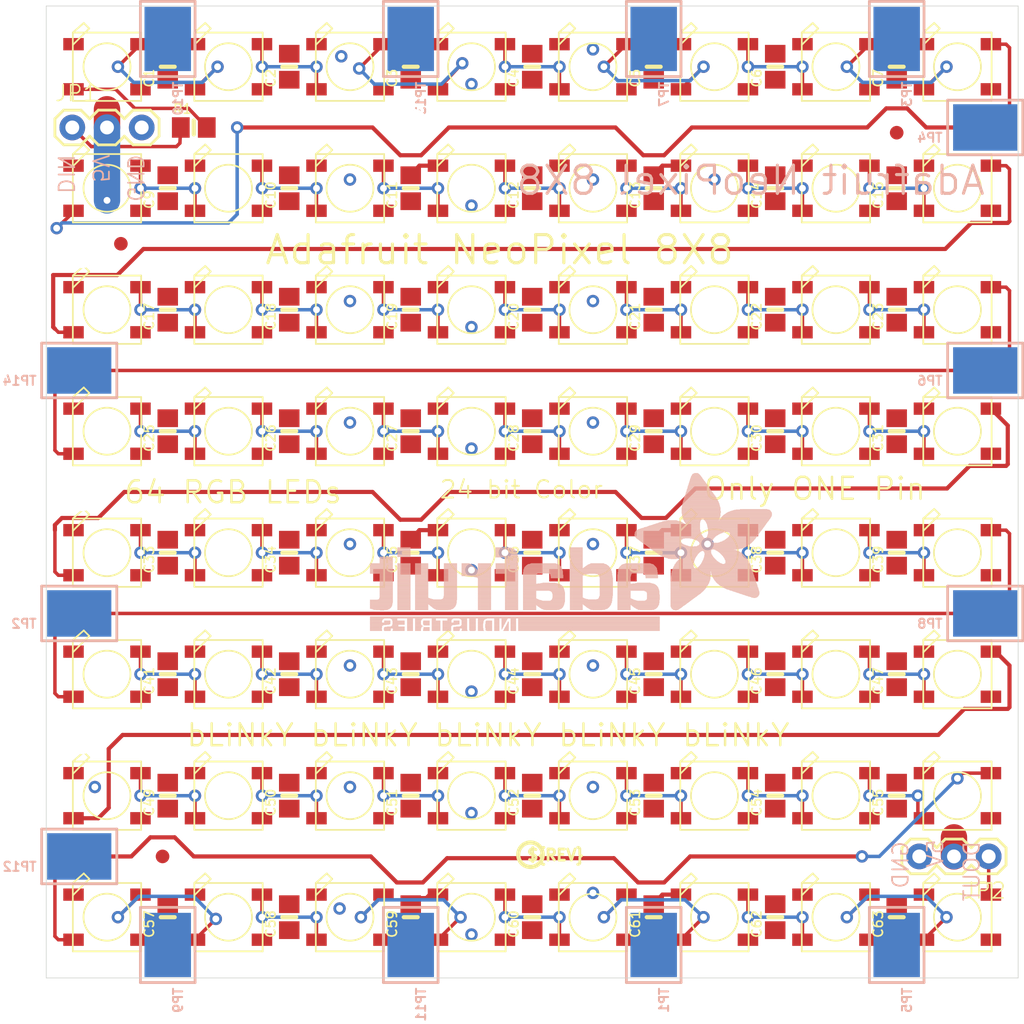
<source format=kicad_pcb>
(kicad_pcb (version 20240108) (generator "pcbnew") (generator_version "8.0")
  (layers (0 "F.Cu" signal) (31 "B.Cu" signal) (34 "B.Paste" user) (35 "F.Paste" user) (36 "B.SilkS" user "B.Silkscreen") (37 "F.SilkS" user "F.Silkscreen") (38 "B.Mask" user) (39 "F.Mask" user) (44 "Edge.Cuts" user))
  (net 0 "")
  (net 1 "GND")
  (net 2 "N$33")
  (net 3 "N$34")
  (net 4 "N$35")
  (net 5 "N$36")
  (net 6 "N$37")
  (net 7 "N$38")
  (net 8 "N$39")
  (net 9 "N$40")
  (net 10 "N$41")
  (net 11 "N$42")
  (net 12 "N$43")
  (net 13 "N$44")
  (net 14 "N$45")
  (net 15 "N$46")
  (net 16 "N$47")
  (net 17 "N$48")
  (net 18 "N$49")
  (net 19 "N$50")
  (net 20 "N$51")
  (net 21 "N$52")
  (net 22 "N$53")
  (net 23 "N$54")
  (net 24 "N$55")
  (net 25 "N$56")
  (net 26 "N$57")
  (net 27 "N$58")
  (net 28 "N$59")
  (net 29 "N$60")
  (net 30 "N$93")
  (net 31 "N$94")
  (net 32 "N$95")
  (net 33 "N$96")
  (net 34 "N$97")
  (net 35 "N$98")
  (net 36 "N$99")
  (net 37 "N$100")
  (net 38 "N$101")
  (net 39 "N$102")
  (net 40 "N$103")
  (net 41 "N$104")
  (net 42 "N$105")
  (net 43 "N$106")
  (net 44 "N$107")
  (net 45 "N$108")
  (net 46 "N$109")
  (net 47 "N$110")
  (net 48 "N$111")
  (net 49 "N$112")
  (net 50 "N$113")
  (net 51 "N$114")
  (net 52 "N$115")
  (net 53 "N$116")
  (net 54 "N$117")
  (net 55 "N$118")
  (net 56 "N$119")
  (net 57 "N$120")
  (net 58 "VDD")
  (net 59 "N$2")
  (net 60 "N$3")
  (net 61 "N$4")
  (net 62 "N$5")
  (net 63 "N$6")
  (net 64 "N$7")
  (net 65 "N$8")
  (net 66 "N$1")
  (net 67 "N$9")
  (net 68 "N$10")
  (footprint "Adafruit_NeoMatrix_8x8 v2:0805-NO" (layer "F.Cu") (at 148.5011 100.5586 90)
    (property "Reference" "C28")
    (property "Value" "")
  )
  (footprint "Adafruit_NeoMatrix_8x8 v2:WS2812B" (layer "F.Cu") (at 179.6161 127.2286)
    (property "Reference" "LED56" (hide yes))
    (property "Value" "WS2812B5050" (hide yes))
  )
  (footprint "Adafruit_NeoMatrix_8x8 v2:0805-NO" (layer "F.Cu") (at 148.5011 127.2286 90)
    (property "Reference" "C52")
    (property "Value" "")
  )
  (footprint "Adafruit_NeoMatrix_8x8 v2:WS2812B" (layer "F.Cu") (at 135.1661 91.6686)
    (property "Reference" "LED19" (hide yes))
    (property "Value" "WS2812B5050" (hide yes))
  )
  (footprint "Adafruit_NeoMatrix_8x8 v2:WS2812B" (layer "F.Cu") (at 170.7261 109.4486)
    (property "Reference" "LED39" (hide yes))
    (property "Value" "WS2812B5050" (hide yes))
  )
  (footprint "Adafruit_NeoMatrix_8x8 v2:0805-NO" (layer "F.Cu") (at 175.1711 127.2286 90)
    (property "Reference" "C55")
    (property "Value" "")
  )
  (footprint "Adafruit_NeoMatrix_8x8 v2:0805-NO" (layer "F.Cu") (at 175.1711 73.8886 90)
    (property "Reference" "C7")
    (property "Value" "")
  )
  (footprint "Adafruit_NeoMatrix_8x8 v2:WS2812B" (layer "F.Cu") (at 170.7261 73.8886)
    (property "Reference" "LED7" (hide yes))
    (property "Value" "WS2812B5050" (hide yes))
  )
  (footprint "Adafruit_NeoMatrix_8x8 v2:0805-NO" (layer "F.Cu") (at 121.8311 127.2286 90)
    (property "Reference" "C49")
    (property "Value" "")
  )
  (footprint "Adafruit_NeoMatrix_8x8 v2:0805-NO" (layer "F.Cu") (at 130.7211 91.6686 90)
    (property "Reference" "C18")
    (property "Value" "")
  )
  (footprint "Adafruit_NeoMatrix_8x8 v2:0805-NO" (layer "F.Cu") (at 166.2811 136.1186 90)
    (property "Reference" "C62")
    (property "Value" "")
  )
  (footprint "Adafruit_NeoMatrix_8x8 v2:0805-NO" (layer "F.Cu") (at 121.8311 109.4486 90)
    (property "Reference" "C33")
    (property "Value" "")
  )
  (footprint "Adafruit_NeoMatrix_8x8 v2:0805-NO" (layer "F.Cu") (at 121.8311 82.7786 90)
    (property "Reference" "C9")
    (property "Value" "")
  )
  (footprint "Adafruit_NeoMatrix_8x8 v2:WS2812B" (layer "F.Cu") (at 152.9461 118.3386)
    (property "Reference" "LED45" (hide yes))
    (property "Value" "WS2812B5050" (hide yes))
  )
  (footprint "Adafruit_NeoMatrix_8x8 v2:WS2812B" (layer "F.Cu") (at 126.2761 100.5586)
    (property "Reference" "LED26" (hide yes))
    (property "Value" "WS2812B5050" (hide yes))
  )
  (footprint "Adafruit_NeoMatrix_8x8 v2:WS2812B" (layer "F.Cu") (at 179.6161 82.7786)
    (property "Reference" "LED16" (hide yes))
    (property "Value" "WS2812B5050" (hide yes))
  )
  (footprint "Adafruit_NeoMatrix_8x8 v2:0805-NO" (layer "F.Cu") (at 123.7361 78.3336)
    (property "Reference" "R1")
    (property "Value" "")
  )
  (footprint "" (layer "F.Cu") (at 115.4811 105.0036)
    (property "Reference" "@HOLE1" (hide yes))
    (property "Value" "")
  )
  (footprint "Adafruit_NeoMatrix_8x8 v2:WS2812B" (layer "F.Cu") (at 179.6161 91.6686)
    (property "Reference" "LED24" (hide yes))
    (property "Value" "WS2812B5050" (hide yes))
  )
  (footprint "Adafruit_NeoMatrix_8x8 v2:0805-NO" (layer "F.Cu") (at 166.2811 127.2286 90)
    (property "Reference" "C54")
    (property "Value" "")
  )
  (footprint "Adafruit_NeoMatrix_8x8 v2:0805-NO" (layer "F.Cu") (at 148.5011 109.4486 90)
    (property "Reference" "C36")
    (property "Value" "")
  )
  (footprint "Adafruit_NeoMatrix_8x8 v2:WS2812B" (layer "F.Cu") (at 179.6161 118.3386)
    (property "Reference" "LED48" (hide yes))
    (property "Value" "WS2812B5050" (hide yes))
  )
  (footprint "Adafruit_NeoMatrix_8x8 v2:WS2812B" (layer "F.Cu") (at 135.1661 118.3386)
    (property "Reference" "LED43" (hide yes))
    (property "Value" "WS2812B5050" (hide yes))
  )
  (footprint "Adafruit_NeoMatrix_8x8 v2:WS2812B" (layer "F.Cu") (at 126.2761 91.6686)
    (property "Reference" "LED18" (hide yes))
    (property "Value" "WS2812B5050" (hide yes))
  )
  (footprint "Adafruit_NeoMatrix_8x8 v2:WS2812B" (layer "F.Cu") (at 144.0561 91.6686)
    (property "Reference" "LED20" (hide yes))
    (property "Value" "WS2812B5050" (hide yes))
  )
  (footprint "Adafruit_NeoMatrix_8x8 v2:0805-NO" (layer "F.Cu") (at 130.7211 100.5586 90)
    (property "Reference" "C26")
    (property "Value" "")
  )
  (footprint "Adafruit_NeoMatrix_8x8 v2:0805-NO" (layer "F.Cu") (at 139.6111 91.6686 90)
    (property "Reference" "C19")
    (property "Value" "")
  )
  (footprint "" (layer "F.Cu") (at 181.5211 105.0036)
    (property "Reference" "@HOLE4" (hide yes))
    (property "Value" "")
  )
  (footprint "Adafruit_NeoMatrix_8x8 v2:WS2812B" (layer "F.Cu") (at 135.1661 127.2286)
    (property "Reference" "LED51" (hide yes))
    (property "Value" "WS2812B5050" (hide yes))
  )
  (footprint "Adafruit_NeoMatrix_8x8 v2:WS2812B" (layer "F.Cu") (at 144.0561 109.4486)
    (property "Reference" "LED36" (hide yes))
    (property "Value" "WS2812B5050" (hide yes))
  )
  (footprint "Adafruit_NeoMatrix_8x8 v2:FIDUCIAL_1MM" (layer "F.Cu") (at 121.4501 131.6736)
    (property "Reference" "FID2" (hide yes))
    (property "Value" "FIDUCIAL\"\"" (hide yes))
  )
  (footprint "Adafruit_NeoMatrix_8x8 v2:0805-NO" (layer "F.Cu") (at 166.2811 82.7786 90)
    (property "Reference" "C14")
    (property "Value" "")
  )
  (footprint "Adafruit_NeoMatrix_8x8 v2:0805-NO" (layer "F.Cu") (at 139.6111 82.7786 90)
    (property "Reference" "C11")
    (property "Value" "")
  )
  (footprint "Adafruit_NeoMatrix_8x8 v2:0805-NO" (layer "F.Cu") (at 139.6111 73.8886 90)
    (property "Reference" "C3")
    (property "Value" "")
  )
  (footprint "Adafruit_NeoMatrix_8x8 v2:WS2812B" (layer "F.Cu") (at 179.6161 136.1186)
    (property "Reference" "LED64" (hide yes))
    (property "Value" "WS2812B5050" (hide yes))
  )
  (footprint "Adafruit_NeoMatrix_8x8 v2:WS2812B" (layer "F.Cu") (at 161.8361 136.1186)
    (property "Reference" "LED62" (hide yes))
    (property "Value" "WS2812B5050" (hide yes))
  )
  (footprint "Adafruit_NeoMatrix_8x8 v2:0805-NO" (layer "F.Cu") (at 166.2811 100.5586 90)
    (property "Reference" "C30")
    (property "Value" "")
  )
  (footprint "Adafruit_NeoMatrix_8x8 v2:0805-NO" (layer "F.Cu") (at 121.8311 91.6686 90)
    (property "Reference" "C17")
    (property "Value" "")
  )
  (footprint "Adafruit_NeoMatrix_8x8 v2:WS2812B" (layer "F.Cu") (at 152.9461 109.4486)
    (property "Reference" "LED37" (hide yes))
    (property "Value" "WS2812B5050" (hide yes))
  )
  (footprint "Adafruit_NeoMatrix_8x8 v2:0805-NO" (layer "F.Cu") (at 139.6111 118.3386 90)
    (property "Reference" "C43")
    (property "Value" "")
  )
  (footprint "Adafruit_NeoMatrix_8x8 v2:WS2812B" (layer "F.Cu") (at 126.2761 136.1186)
    (property "Reference" "LED58" (hide yes))
    (property "Value" "WS2812B5050" (hide yes))
  )
  (footprint "Adafruit_NeoMatrix_8x8 v2:WS2812B" (layer "F.Cu") (at 117.3861 109.4486)
    (property "Reference" "LED33" (hide yes))
    (property "Value" "WS2812B5050" (hide yes))
  )
  (footprint "Adafruit_NeoMatrix_8x8 v2:WS2812B" (layer "F.Cu") (at 152.9461 100.5586)
    (property "Reference" "LED29" (hide yes))
    (property "Value" "WS2812B5050" (hide yes))
  )
  (footprint "Adafruit_NeoMatrix_8x8 v2:WS2812B" (layer "F.Cu") (at 152.9461 91.6686)
    (property "Reference" "LED21" (hide yes))
    (property "Value" "WS2812B5050" (hide yes))
  )
  (footprint "Adafruit_NeoMatrix_8x8 v2:0805-NO" (layer "F.Cu") (at 175.1711 109.4486 90)
    (property "Reference" "C39")
    (property "Value" "")
  )
  (footprint "Adafruit_NeoMatrix_8x8 v2:0805-NO" (layer "F.Cu") (at 166.2811 118.3386 90)
    (property "Reference" "C46")
    (property "Value" "")
  )
  (footprint "Adafruit_NeoMatrix_8x8 v2:0805-NO" (layer "F.Cu") (at 121.8311 118.3386 90)
    (property "Reference" "C41")
    (property "Value" "")
  )
  (footprint "Adafruit_NeoMatrix_8x8 v2:WS2812B" (layer "F.Cu") (at 117.3861 127.2286)
    (property "Reference" "LED49" (hide yes))
    (property "Value" "WS2812B5050" (hide yes))
  )
  (footprint "Adafruit_NeoMatrix_8x8 v2:0805-NO" (layer "F.Cu") (at 139.6111 136.1186 90)
    (property "Reference" "C59")
    (property "Value" "")
  )
  (footprint "Adafruit_NeoMatrix_8x8 v2:0805-NO" (layer "F.Cu") (at 166.2811 109.4486 90)
    (property "Reference" "C38")
    (property "Value" "")
  )
  (footprint "Adafruit_NeoMatrix_8x8 v2:0805-NO" (layer "F.Cu") (at 130.7211 118.3386 90)
    (property "Reference" "C42")
    (property "Value" "")
  )
  (footprint "Adafruit_NeoMatrix_8x8 v2:WS2812B" (layer "F.Cu") (at 135.1661 109.4486)
    (property "Reference" "LED35" (hide yes))
    (property "Value" "WS2812B5050" (hide yes))
  )
  (footprint "Adafruit_NeoMatrix_8x8 v2:WS2812B" (layer "F.Cu") (at 135.1661 100.5586)
    (property "Reference" "LED27" (hide yes))
    (property "Value" "WS2812B5050" (hide yes))
  )
  (footprint "" (layer "F.Cu") (at 139.6111 78.3336)
    (property "Reference" "@HOLE6" (hide yes))
    (property "Value" "")
  )
  (footprint "Adafruit_NeoMatrix_8x8 v2:WS2812B" (layer "F.Cu") (at 152.9461 136.1186)
    (property "Reference" "LED61" (hide yes))
    (property "Value" "WS2812B5050" (hide yes))
  )
  (footprint "Adafruit_NeoMatrix_8x8 v2:0805-NO" (layer "F.Cu") (at 130.7211 82.7786 90)
    (property "Reference" "C10")
    (property "Value" "")
  )
  (footprint "Adafruit_NeoMatrix_8x8 v2:1X03" (layer "F.Cu") (at 181.9021 131.6736 180)
    (property "Reference" "JP2")
    (property "Value" "")
  )
  (footprint "" (layer "F.Cu") (at 115.4811 122.7836)
    (property "Reference" "@HOLE2" (hide yes))
    (property "Value" "")
  )
  (footprint "Adafruit_NeoMatrix_8x8 v2:WS2812B" (layer "F.Cu") (at 144.0561 73.8886)
    (property "Reference" "LED4" (hide yes))
    (property "Value" "WS2812B5050" (hide yes))
  )
  (footprint "" (layer "F.Cu") (at 157.3911 131.6736)
    (property "Reference" "@HOLE11" (hide yes))
    (property "Value" "")
  )
  (footprint "Adafruit_NeoMatrix_8x8 v2:0805-NO" (layer "F.Cu") (at 121.8311 100.5586 90)
    (property "Reference" "C25")
    (property "Value" "")
  )
  (footprint "Adafruit_NeoMatrix_8x8 v2:0805-NO" (layer "F.Cu") (at 157.3911 109.4486 90)
    (property "Reference" "C37")
    (property "Value" "")
  )
  (footprint "Adafruit_NeoMatrix_8x8 v2:WS2812B" (layer "F.Cu") (at 161.8361 73.8886)
    (property "Reference" "LED6" (hide yes))
    (property "Value" "WS2812B5050" (hide yes))
  )
  (footprint "Adafruit_NeoMatrix_8x8 v2:WS2812B" (layer "F.Cu") (at 161.8361 109.4486)
    (property "Reference" "LED38" (hide yes))
    (property "Value" "WS2812B5050" (hide yes))
  )
  (footprint "" (layer "F.Cu") (at 157.3911 78.3336)
    (property "Reference" "@HOLE7" (hide yes))
    (property "Value" "")
  )
  (footprint "" (layer "F.Cu") (at 181.5211 87.2236)
    (property "Reference" "@HOLE5" (hide yes))
    (property "Value" "")
  )
  (footprint "Adafruit_NeoMatrix_8x8 v2:0805-NO" (layer "F.Cu") (at 130.7211 127.2286 90)
    (property "Reference" "C50")
    (property "Value" "")
  )
  (footprint "Adafruit_NeoMatrix_8x8 v2:WS2812B" (layer "F.Cu") (at 170.7261 118.3386)
    (property "Reference" "LED47" (hide yes))
    (property "Value" "WS2812B5050" (hide yes))
  )
  (footprint "Adafruit_NeoMatrix_8x8 v2:WS2812B" (layer "F.Cu") (at 117.3861 91.6686)
    (property "Reference" "LED17" (hide yes))
    (property "Value" "WS2812B5050" (hide yes))
  )
  (footprint "Adafruit_NeoMatrix_8x8 v2:WS2812B" (layer "F.Cu") (at 144.0561 136.1186)
    (property "Reference" "LED60" (hide yes))
    (property "Value" "WS2812B5050" (hide yes))
  )
  (footprint "Adafruit_NeoMatrix_8x8 v2:0805-NO" (layer "F.Cu") (at 148.5011 136.1186 90)
    (property "Reference" "C60")
    (property "Value" "")
  )
  (footprint "Adafruit_NeoMatrix_8x8 v2:WS2812B" (layer "F.Cu") (at 179.6161 73.8886)
    (property "Reference" "LED8" (hide yes))
    (property "Value" "WS2812B5050" (hide yes))
  )
  (footprint "Adafruit_NeoMatrix_8x8 v2:0805-NO" (layer "F.Cu") (at 166.2811 73.8886 90)
    (property "Reference" "C6")
    (property "Value" "")
  )
  (footprint "Adafruit_NeoMatrix_8x8 v2:WS2812B" (layer "F.Cu") (at 161.8361 91.6686)
    (property "Reference" "LED22" (hide yes))
    (property "Value" "WS2812B5050" (hide yes))
  )
  (footprint "Adafruit_NeoMatrix_8x8 v2:WS2812B" (layer "F.Cu") (at 117.3861 118.3386)
    (property "Reference" "LED41" (hide yes))
    (property "Value" "WS2812B5050" (hide yes))
  )
  (footprint "Adafruit_NeoMatrix_8x8 v2:0805-NO" (layer "F.Cu") (at 121.8311 136.1186 90)
    (property "Reference" "C57")
    (property "Value" "")
  )
  (footprint "Adafruit_NeoMatrix_8x8 v2:0805-NO" (layer "F.Cu") (at 175.1711 118.3386 90)
    (property "Reference" "C47")
    (property "Value" "")
  )
  (footprint "Adafruit_NeoMatrix_8x8 v2:0805-NO" (layer "F.Cu") (at 175.1711 82.7786 90)
    (property "Reference" "C15")
    (property "Value" "")
  )
  (footprint "Adafruit_NeoMatrix_8x8 v2:WS2812B" (layer "F.Cu") (at 126.2761 82.7786)
    (property "Reference" "LED10" (hide yes))
    (property "Value" "WS2812B5050" (hide yes))
  )
  (footprint "Adafruit_NeoMatrix_8x8 v2:0805-NO" (layer "F.Cu") (at 157.3911 91.6686 90)
    (property "Reference" "C21")
    (property "Value" "")
  )
  (footprint "Adafruit_NeoMatrix_8x8 v2:WS2812B" (layer "F.Cu") (at 161.8361 100.5586)
    (property "Reference" "LED30" (hide yes))
    (property "Value" "WS2812B5050" (hide yes))
  )
  (footprint "Adafruit_NeoMatrix_8x8 v2:0805-NO" (layer "F.Cu") (at 157.3911 127.2286 90)
    (property "Reference" "C53")
    (property "Value" "")
  )
  (footprint "" (layer "F.Cu") (at 139.6111 131.6736)
    (property "Reference" "@HOLE10" (hide yes))
    (property "Value" "")
  )
  (footprint "Adafruit_NeoMatrix_8x8 v2:WS2812B" (layer "F.Cu") (at 126.2761 118.3386)
    (property "Reference" "LED42" (hide yes))
    (property "Value" "WS2812B5050" (hide yes))
  )
  (footprint "Adafruit_NeoMatrix_8x8 v2:WS2812B" (layer "F.Cu") (at 170.7261 127.2286)
    (property "Reference" "LED55" (hide yes))
    (property "Value" "WS2812B5050" (hide yes))
  )
  (footprint "Adafruit_NeoMatrix_8x8 v2:WS2812B" (layer "F.Cu") (at 117.3861 82.7786)
    (property "Reference" "LED9" (hide yes))
    (property "Value" "WS2812B5050" (hide yes))
  )
  (footprint "Adafruit_NeoMatrix_8x8 v2:WS2812B" (layer "F.Cu") (at 144.0561 118.3386)
    (property "Reference" "LED44" (hide yes))
    (property "Value" "WS2812B5050" (hide yes))
  )
  (footprint "Adafruit_NeoMatrix_8x8 v2:0805-NO" (layer "F.Cu") (at 175.1711 136.1186 90)
    (property "Reference" "C63")
    (property "Value" "")
  )
  (footprint "Adafruit_NeoMatrix_8x8 v2:0805-NO" (layer "F.Cu") (at 157.3911 73.8886 90)
    (property "Reference" "C5")
    (property "Value" "")
  )
  (footprint "Adafruit_NeoMatrix_8x8 v2:0805-NO" (layer "F.Cu") (at 130.7211 136.1186 90)
    (property "Reference" "C58")
    (property "Value" "")
  )
  (footprint "Adafruit_NeoMatrix_8x8 v2:1X03" (layer "F.Cu") (at 114.8461 78.3336)
    (property "Reference" "JP1")
    (property "Value" "")
  )
  (footprint "Adafruit_NeoMatrix_8x8 v2:0805-NO" (layer "F.Cu") (at 148.5011 73.8886 90)
    (property "Reference" "C4")
    (property "Value" "")
  )
  (footprint "" (layer "F.Cu") (at 157.3911 105.0036)
    (property "Reference" "@HOLE9" (hide yes))
    (property "Value" "")
  )
  (footprint "Adafruit_NeoMatrix_8x8 v2:WS2812B" (layer "F.Cu") (at 161.8361 127.2286)
    (property "Reference" "LED54" (hide yes))
    (property "Value" "WS2812B5050" (hide yes))
  )
  (footprint "Adafruit_NeoMatrix_8x8 v2:WS2812B" (layer "F.Cu") (at 126.2761 109.4486)
    (property "Reference" "LED34" (hide yes))
    (property "Value" "WS2812B5050" (hide yes))
  )
  (footprint "Adafruit_NeoMatrix_8x8 v2:WS2812B" (layer "F.Cu") (at 170.7261 82.7786)
    (property "Reference" "LED15" (hide yes))
    (property "Value" "WS2812B5050" (hide yes))
  )
  (footprint "Adafruit_NeoMatrix_8x8 v2:WS2812B" (layer "F.Cu") (at 161.8361 82.7786)
    (property "Reference" "LED14" (hide yes))
    (property "Value" "WS2812B5050" (hide yes))
  )
  (footprint "Adafruit_NeoMatrix_8x8 v2:WS2812B" (layer "F.Cu") (at 152.9461 82.7786)
    (property "Reference" "LED13" (hide yes))
    (property "Value" "WS2812B5050" (hide yes))
  )
  (footprint "Adafruit_NeoMatrix_8x8 v2:0805-NO" (layer "F.Cu") (at 148.5011 91.6686 90)
    (property "Reference" "C20")
    (property "Value" "")
  )
  (footprint "Adafruit_NeoMatrix_8x8 v2:WS2812B" (layer "F.Cu") (at 170.7261 100.5586)
    (property "Reference" "LED31" (hide yes))
    (property "Value" "WS2812B5050" (hide yes))
  )
  (footprint "Adafruit_NeoMatrix_8x8 v2:WS2812B" (layer "F.Cu") (at 117.3861 100.5586)
    (property "Reference" "LED25" (hide yes))
    (property "Value" "WS2812B5050" (hide yes))
  )
  (footprint "Adafruit_NeoMatrix_8x8 v2:0805-NO" (layer "F.Cu") (at 139.6111 109.4486 90)
    (property "Reference" "C35")
    (property "Value" "")
  )
  (footprint "Adafruit_NeoMatrix_8x8 v2:WS2812B" (layer "F.Cu") (at 117.3861 136.1186)
    (property "Reference" "LED57" (hide yes))
    (property "Value" "WS2812B5050" (hide yes))
  )
  (footprint "Adafruit_NeoMatrix_8x8 v2:PCBFEAT-REV-040" (layer "F.Cu") (at 148.3741 131.5466)
    (property "Reference" "U$2" (hide yes))
    (property "Value" "" (hide yes))
  )
  (footprint "Adafruit_NeoMatrix_8x8 v2:WS2812B" (layer "F.Cu") (at 135.1661 73.8886)
    (property "Reference" "LED3" (hide yes))
    (property "Value" "WS2812B5050" (hide yes))
  )
  (footprint "Adafruit_NeoMatrix_8x8 v2:WS2812B" (layer "F.Cu") (at 170.7261 91.6686)
    (property "Reference" "LED23" (hide yes))
    (property "Value" "WS2812B5050" (hide yes))
  )
  (footprint "Adafruit_NeoMatrix_8x8 v2:0805-NO" (layer "F.Cu") (at 157.3911 136.1186 90)
    (property "Reference" "C61")
    (property "Value" "")
  )
  (footprint "Adafruit_NeoMatrix_8x8 v2:WS2812B" (layer "F.Cu") (at 144.0561 100.5586)
    (property "Reference" "LED28" (hide yes))
    (property "Value" "WS2812B5050" (hide yes))
  )
  (footprint "Adafruit_NeoMatrix_8x8 v2:WS2812B" (layer "F.Cu") (at 179.6161 109.4486)
    (property "Reference" "LED40" (hide yes))
    (property "Value" "WS2812B5050" (hide yes))
  )
  (footprint "Adafruit_NeoMatrix_8x8 v2:0805-NO" (layer "F.Cu") (at 157.3911 82.7786 90)
    (property "Reference" "C13")
    (property "Value" "")
  )
  (footprint "Adafruit_NeoMatrix_8x8 v2:WS2812B" (layer "F.Cu") (at 179.6161 100.5586)
    (property "Reference" "LED32" (hide yes))
    (property "Value" "WS2812B5050" (hide yes))
  )
  (footprint "Adafruit_NeoMatrix_8x8 v2:0805-NO" (layer "F.Cu") (at 175.1711 100.5586 90)
    (property "Reference" "C31")
    (property "Value" "")
  )
  (footprint "Adafruit_NeoMatrix_8x8 v2:WS2812B" (layer "F.Cu") (at 135.1661 136.1186)
    (property "Reference" "LED59" (hide yes))
    (property "Value" "WS2812B5050" (hide yes))
  )
  (footprint "Adafruit_NeoMatrix_8x8 v2:WS2812B" (layer "F.Cu") (at 170.7261 136.1186)
    (property "Reference" "LED63" (hide yes))
    (property "Value" "WS2812B5050" (hide yes))
  )
  (footprint "Adafruit_NeoMatrix_8x8 v2:WS2812B" (layer "F.Cu") (at 144.0561 82.7786)
    (property "Reference" "LED12" (hide yes))
    (property "Value" "WS2812B5050" (hide yes))
  )
  (footprint "Adafruit_NeoMatrix_8x8 v2:0805-NO" (layer "F.Cu") (at 130.7211 73.8886 90)
    (property "Reference" "C2")
    (property "Value" "")
  )
  (footprint "" (layer "F.Cu") (at 181.5211 122.7836)
    (property "Reference" "@HOLE3" (hide yes))
    (property "Value" "")
  )
  (footprint "Adafruit_NeoMatrix_8x8 v2:0805-NO" (layer "F.Cu") (at 139.6111 100.5586 90)
    (property "Reference" "C27")
    (property "Value" "")
  )
  (footprint "Adafruit_NeoMatrix_8x8 v2:WS2812B" (layer "F.Cu") (at 152.9461 127.2286)
    (property "Reference" "LED53" (hide yes))
    (property "Value" "WS2812B5050" (hide yes))
  )
  (footprint "Adafruit_NeoMatrix_8x8 v2:0805-NO" (layer "F.Cu") (at 148.5011 82.7786 90)
    (property "Reference" "C12")
    (property "Value" "")
  )
  (footprint "Adafruit_NeoMatrix_8x8 v2:0805-NO" (layer "F.Cu") (at 157.3911 100.5586 90)
    (property "Reference" "C29")
    (property "Value" "")
  )
  (footprint "Adafruit_NeoMatrix_8x8 v2:0805-NO" (layer "F.Cu") (at 175.1711 91.6686 90)
    (property "Reference" "C23")
    (property "Value" "")
  )
  (footprint "Adafruit_NeoMatrix_8x8 v2:0805-NO" (layer "F.Cu") (at 121.8311 73.8886 90)
    (property "Reference" "C1")
    (property "Value" "")
  )
  (footprint "Adafruit_NeoMatrix_8x8 v2:WS2812B" (layer "F.Cu") (at 161.8361 118.3386)
    (property "Reference" "LED46" (hide yes))
    (property "Value" "WS2812B5050" (hide yes))
  )
  (footprint "Adafruit_NeoMatrix_8x8 v2:0805-NO" (layer "F.Cu") (at 148.5011 118.3386 90)
    (property "Reference" "C44")
    (property "Value" "")
  )
  (footprint "Adafruit_NeoMatrix_8x8 v2:WS2812B" (layer "F.Cu") (at 117.3861 73.8886)
    (property "Reference" "LED1" (hide yes))
    (property "Value" "WS2812B5050" (hide yes))
  )
  (footprint "Adafruit_NeoMatrix_8x8 v2:WS2812B" (layer "F.Cu") (at 135.1661 82.7786)
    (property "Reference" "LED11" (hide yes))
    (property "Value" "WS2812B5050" (hide yes))
  )
  (footprint "Adafruit_NeoMatrix_8x8 v2:0805-NO" (layer "F.Cu") (at 157.3911 118.3386 90)
    (property "Reference" "C45")
    (property "Value" "")
  )
  (footprint "" (layer "F.Cu") (at 115.4811 87.2236)
    (property "Reference" "@HOLE0" (hide yes))
    (property "Value" "")
  )
  (footprint "Adafruit_NeoMatrix_8x8 v2:0805-NO" (layer "F.Cu") (at 130.7211 109.4486 90)
    (property "Reference" "C34")
    (property "Value" "")
  )
  (footprint "Adafruit_NeoMatrix_8x8 v2:WS2812B" (layer "F.Cu") (at 126.2761 73.8886)
    (property "Reference" "LED2" (hide yes))
    (property "Value" "WS2812B5050" (hide yes))
  )
  (footprint "Adafruit_NeoMatrix_8x8 v2:WS2812B" (layer "F.Cu") (at 126.2761 127.2286)
    (property "Reference" "LED50" (hide yes))
    (property "Value" "WS2812B5050" (hide yes))
  )
  (footprint "Adafruit_NeoMatrix_8x8 v2:WS2812B" (layer "F.Cu") (at 144.0561 127.2286)
    (property "Reference" "LED52" (hide yes))
    (property "Value" "WS2812B5050" (hide yes))
  )
  (footprint "Adafruit_NeoMatrix_8x8 v2:0805-NO" (layer "F.Cu") (at 139.6111 127.2286 90)
    (property "Reference" "C51")
    (property "Value" "")
  )
  (footprint "Adafruit_NeoMatrix_8x8 v2:WS2812B" (layer "F.Cu") (at 152.9461 73.8886)
    (property "Reference" "LED5" (hide yes))
    (property "Value" "WS2812B5050" (hide yes))
  )
  (footprint "Adafruit_NeoMatrix_8x8 v2:0805-NO" (layer "F.Cu") (at 166.2811 91.6686 90)
    (property "Reference" "C22")
    (property "Value" "")
  )
  (footprint "Adafruit_NeoMatrix_8x8 v2:FIDUCIAL_1MM" (layer "F.Cu") (at 175.1711 78.7146)
    (property "Reference" "FID3" (hide yes))
    (property "Value" "FIDUCIAL\"\"" (hide yes))
  )
  (footprint "Adafruit_NeoMatrix_8x8 v2:FIDUCIAL_1MM" (layer "F.Cu") (at 118.4021 86.8426)
    (property "Reference" "FID1" (hide yes))
    (property "Value" "FIDUCIAL\"\"" (hide yes))
  )
  (footprint "" (layer "F.Cu") (at 139.6111 105.0036)
    (property "Reference" "@HOLE8" (hide yes))
    (property "Value" "")
  )
  (footprint "Adafruit_NeoMatrix_8x8 v2:TESTPOINT_SMT" (layer "B.Cu") (at 121.8311 71.8566 -90)
    (property "Reference" "TP10")
    (property "Value" "")
  )
  (footprint "Adafruit_NeoMatrix_8x8 v2:TESTPOINT_SMT" (layer "B.Cu") (at 121.8311 138.1506 -90)
    (property "Reference" "TP9")
    (property "Value" "")
  )
  (footprint "Adafruit_NeoMatrix_8x8 v2:TESTPOINT_SMT" (layer "B.Cu") (at 181.6481 96.1136 180)
    (property "Reference" "TP6")
    (property "Value" "")
  )
  (footprint "Adafruit_NeoMatrix_8x8 v2:TESTPOINT_SMT" (layer "B.Cu") (at 139.6111 138.1506 -90)
    (property "Reference" "TP11")
    (property "Value" "")
  )
  (footprint "Adafruit_NeoMatrix_8x8 v2:TESTPOINT_SMT" (layer "B.Cu") (at 115.3541 113.8936 180)
    (property "Reference" "TP2")
    (property "Value" "")
  )
  (footprint "Adafruit_NeoMatrix_8x8 v2:TESTPOINT_SMT" (layer "B.Cu") (at 181.6481 78.3336 180)
    (property "Reference" "TP4")
    (property "Value" "")
  )
  (footprint "Adafruit_NeoMatrix_8x8 v2:TESTPOINT_SMT" (layer "B.Cu") (at 181.6481 113.8936 180)
    (property "Reference" "TP8")
    (property "Value" "")
  )
  (footprint "Adafruit_NeoMatrix_8x8 v2:TESTPOINT_SMT" (layer "B.Cu") (at 157.3911 71.8566 -90)
    (property "Reference" "TP7")
    (property "Value" "")
  )
  (footprint "Adafruit_NeoMatrix_8x8 v2:ADAFRUIT_TEXT_30MM" (layer "B.Cu") (at 166.2811 115.1636 180)
    (property "Reference" "U$1" (hide yes))
    (property "Value" "" (hide yes))
  )
  (footprint "Adafruit_NeoMatrix_8x8 v2:TESTPOINT_SMT" (layer "B.Cu") (at 175.1711 138.1506 -90)
    (property "Reference" "TP5")
    (property "Value" "")
  )
  (footprint "Adafruit_NeoMatrix_8x8 v2:TESTPOINT_SMT" (layer "B.Cu") (at 139.6111 71.8566 -90)
    (property "Reference" "TP13")
    (property "Value" "")
  )
  (footprint "Adafruit_NeoMatrix_8x8 v2:TESTPOINT_SMT" (layer "B.Cu") (at 115.3541 131.6736 180)
    (property "Reference" "TP12")
    (property "Value" "")
  )
  (footprint "Adafruit_NeoMatrix_8x8 v2:TESTPOINT_SMT" (layer "B.Cu") (at 115.3541 96.1136 180)
    (property "Reference" "TP14")
    (property "Value" "")
  )
  (footprint "Adafruit_NeoMatrix_8x8 v2:TESTPOINT_SMT" (layer "B.Cu") (at 175.1711 71.8566 -90)
    (property "Reference" "TP3")
    (property "Value" "")
  )
  (footprint "Adafruit_NeoMatrix_8x8 v2:TESTPOINT_SMT" (layer "B.Cu") (at 157.3911 138.1506 -90)
    (property "Reference" "TP1")
    (property "Value" "")
  )
  (gr_line (start 112.9411 140.5636) (end 184.0611 140.5636) (stroke (width 0.05)) (layer "Edge.Cuts"))
  (gr_line (start 112.9411 69.4436) (end 112.9411 140.5636) (stroke (width 0.05)) (layer "Edge.Cuts"))
  (gr_line (start 184.0611 69.4436) (end 112.9411 69.4436) (stroke (width 0.05)) (layer "Edge.Cuts"))
  (gr_line (start 184.0611 140.5636) (end 184.0611 69.4436) (stroke (width 0.05)) (layer "Edge.Cuts"))
  (gr_text "DOUT" (at 181.3306 130.4671 90) (layer "B.SilkS") (effects (font (size 1.143 1.143) (thickness 0.127)) (justify left bottom mirror)))
  (gr_text "GND" (at 118.77802 83.874429 270) (layer "B.SilkS") (effects (font (size 1.143 1.143) (thickness 0.127)) (justify left bottom mirror)))
  (gr_text "5V" (at 178.6636 130.3401 90) (layer "B.SilkS") (effects (font (size 1.143 1.143) (thickness 0.127)) (justify left bottom mirror)))
  (gr_text "5V" (at 116.23802 82.459285 270) (layer "B.SilkS") (effects (font (size 1.143 1.143) (thickness 0.127)) (justify left bottom mirror)))
  (gr_text "DIN" (at 113.69802 83.275715 270) (layer "B.SilkS") (effects (font (size 1.143 1.143) (thickness 0.127)) (justify left bottom mirror)))
  (gr_text "Adafruit NeoPixel 8X8" (at 181.7751 83.4136 0) (layer "B.SilkS") (effects (font (size 2.0574 2.0574) (thickness 0.2286)) (justify left bottom mirror)))
  (gr_text "GND" (at 176.1236 130.4671 90) (layer "B.SilkS") (effects (font (size 1.143 1.143) (thickness 0.127)) (justify left bottom mirror)))
  (gr_text "bLiNkY bLiNkY bLiNkY bLiNkY bLiNkY" (at 123.1011 123.7361 0) (layer "F.SilkS") (effects (font (size 1.6002 1.6002) (thickness 0.1778)) (justify left bottom)))
  (gr_text "Adafruit NeoPixel 8X8" (at 128.8161 88.4936 0) (layer "F.SilkS") (effects (font (size 2.0574 2.0574) (thickness 0.2286)) (justify left bottom)))
  (gr_text "Only ONE Pin" (at 160.9471 105.7021 0) (layer "F.SilkS") (effects (font (size 1.6002 1.6002) (thickness 0.1778)) (justify left bottom)))
  (gr_text "64 RGB LEDs" (at 118.5291 105.9561 0) (layer "F.SilkS") (effects (font (size 1.6002 1.6002) (thickness 0.1778)) (justify left bottom)))
  (gr_text "24 bit Color" (at 141.6431 105.5751 0) (layer "F.SilkS") (effects (font (size 1.28016 1.28016) (thickness 0.14224)) (justify left bottom)))
  (segment (start 157.3911 108.4986) (end 158.0251 107.7986) (width 0.3048) (layer "F.Cu") (net 1))
  (segment (start 158.0251 107.7986) (end 159.3861 107.7986) (width 0.3048) (layer "F.Cu") (net 1))
  (segment (start 140.2451 81.1286) (end 141.6061 81.1286) (width 0.3048) (layer "F.Cu") (net 1))
  (segment (start 157.3911 135.1686) (end 158.0251 134.4686) (width 0.3048) (layer "F.Cu") (net 1))
  (segment (start 157.3911 81.8286) (end 158.0251 81.1286) (width 0.3048) (layer "F.Cu") (net 1))
  (segment (start 139.6111 135.1686) (end 139.9921 134.7216) (width 0.3048) (layer "F.Cu") (net 1))
  (segment (start 158.0251 81.1286) (end 159.3861 81.1286) (width 0.3048) (layer "F.Cu") (net 1))
  (segment (start 139.9921 134.7216) (end 140.7541 134.7216) (width 0.3048) (layer "F.Cu") (net 1))
  (segment (start 140.2451 107.7986) (end 141.6061 107.7986) (width 0.3048) (layer "F.Cu") (net 1))
  (segment (start 139.6111 81.8286) (end 140.2451 81.1286) (width 0.3048) (layer "F.Cu") (net 1))
  (segment (start 141.0071 134.4686) (end 141.6061 134.4686) (width 0.3048) (layer "F.Cu") (net 1))
  (segment (start 139.6111 108.4986) (end 140.2451 107.7986) (width 0.3048) (layer "F.Cu") (net 1))
  (segment (start 158.0251 134.4686) (end 159.3861 134.4686) (width 0.3048) (layer "F.Cu") (net 1))
  (segment (start 140.7541 134.7216) (end 141.0071 134.4686) (width 0.3048) (layer "F.Cu") (net 1))
  (via (at 135.1661 108.8136) (size 0.9064) (drill 0.5) (layers "F.Cu" "B.Cu") (net 1))
  (via (at 135.1661 126.5936) (size 0.9064) (drill 0.5) (layers "F.Cu" "B.Cu") (net 1))
  (via (at 116.4971 126.5936) (size 0.9064) (drill 0.5) (layers "F.Cu" "B.Cu") (net 1))
  (via (at 134.4041 135.4836) (size 0.9064) (drill 0.5) (layers "F.Cu" "B.Cu") (net 1))
  (via (at 152.9461 108.8136) (size 0.9064) (drill 0.5) (layers "F.Cu" "B.Cu") (net 1))
  (via (at 135.1661 91.0336) (size 0.9064) (drill 0.5) (layers "F.Cu" "B.Cu") (net 1))
  (via (at 152.9461 72.6186) (size 0.9064) (drill 0.5) (layers "F.Cu" "B.Cu") (net 1))
  (via (at 161.3281 108.8136) (size 0.9064) (drill 0.5) (layers "F.Cu" "B.Cu") (net 1))
  (via (at 152.9461 91.0336) (size 0.9064) (drill 0.5) (layers "F.Cu" "B.Cu") (net 1))
  (via (at 152.9461 99.9236) (size 0.9064) (drill 0.5) (layers "F.Cu" "B.Cu") (net 1))
  (via (at 135.1661 117.7036) (size 0.9064) (drill 0.5) (layers "F.Cu" "B.Cu") (net 1))
  (via (at 152.9461 117.7036) (size 0.9064) (drill 0.5) (layers "F.Cu" "B.Cu") (net 1))
  (via (at 161.8361 82.1436) (size 0.9064) (drill 0.5) (layers "F.Cu" "B.Cu") (net 1))
  (via (at 152.9461 134.3406) (size 0.9064) (drill 0.5) (layers "F.Cu" "B.Cu") (net 1))
  (via (at 152.9461 82.1436) (size 0.9064) (drill 0.5) (layers "F.Cu" "B.Cu") (net 1))
  (via (at 135.1661 99.9236) (size 0.9064) (drill 0.5) (layers "F.Cu" "B.Cu") (net 1))
  (via (at 135.1661 82.1436) (size 0.9064) (drill 0.5) (layers "F.Cu" "B.Cu") (net 1))
  (via (at 134.5311 73.1266) (size 0.9064) (drill 0.5) (layers "F.Cu" "B.Cu") (net 1))
  (via (at 152.9461 126.5936) (size 0.9064) (drill 0.5) (layers "F.Cu" "B.Cu") (net 1))
  (segment (start 119.8361 90.0186) (end 119.8361 91.6686) (width 0.254) (layer "F.Cu") (net 2))
  (segment (start 123.8261 93.3186) (end 123.8261 91.6686) (width 0.254) (layer "F.Cu") (net 2))
  (via (at 119.8361 91.6686) (size 0.9064) (drill 0.5) (layers "F.Cu" "B.Cu") (net 2))
  (via (at 123.8261 91.6686) (size 0.9064) (drill 0.5) (layers "F.Cu" "B.Cu") (net 2))
  (segment (start 123.8261 91.6686) (end 119.8361 91.6686) (width 0.254) (layer "B.Cu") (net 2))
  (segment (start 119.8361 100.5586) (end 119.8361 98.9086) (width 0.254) (layer "F.Cu") (net 3))
  (segment (start 123.8261 102.2086) (end 123.8261 100.5586) (width 0.254) (layer "F.Cu") (net 3))
  (via (at 123.8261 100.5586) (size 0.9064) (drill 0.5) (layers "F.Cu" "B.Cu") (net 3))
  (via (at 119.8361 100.5586) (size 0.9064) (drill 0.5) (layers "F.Cu" "B.Cu") (net 3))
  (segment (start 123.8261 100.5586) (end 119.8361 100.5586) (width 0.254) (layer "B.Cu") (net 3))
  (segment (start 132.7161 102.2086) (end 132.7161 100.5586) (width 0.254) (layer "F.Cu") (net 4))
  (segment (start 128.7261 98.9086) (end 128.7261 100.5586) (width 0.254) (layer "F.Cu") (net 4))
  (via (at 132.7161 100.5586) (size 0.9064) (drill 0.5) (layers "F.Cu" "B.Cu") (net 4))
  (via (at 128.7261 100.5586) (size 0.9064) (drill 0.5) (layers "F.Cu" "B.Cu") (net 4))
  (segment (start 128.7261 100.5586) (end 132.7161 100.5586) (width 0.254) (layer "B.Cu") (net 4))
  (segment (start 132.7161 75.5386) (end 132.7161 73.8886) (width 0.254) (layer "F.Cu") (net 5))
  (segment (start 128.7261 73.8886) (end 128.7261 72.2386) (width 0.254) (layer "F.Cu") (net 5))
  (via (at 128.7261 73.8886) (size 0.9064) (drill 0.5) (layers "F.Cu" "B.Cu") (net 5))
  (via (at 132.7161 73.8886) (size 0.9064) (drill 0.5) (layers "F.Cu" "B.Cu") (net 5))
  (segment (start 132.7161 73.8886) (end 128.7261 73.8886) (width 0.254) (layer "B.Cu") (net 5))
  (segment (start 135.8381 74.0156) (end 137.6161 72.2386) (width 0.254) (layer "F.Cu") (net 6))
  (segment (start 141.6061 75.5386) (end 143.3841 73.6346) (width 0.254) (layer "F.Cu") (net 6))
  (via (at 143.3841 73.6346) (size 0.9064) (drill 0.5) (layers "F.Cu" "B.Cu") (net 6))
  (via (at 135.8381 74.0156) (size 0.9064) (drill 0.5) (layers "F.Cu" "B.Cu") (net 6))
  (segment (start 136.9441 75.1586) (end 135.8381 74.0156) (width 0.254) (layer "B.Cu") (net 6))
  (segment (start 141.8601 75.1586) (end 136.9441 75.1586) (width 0.254) (layer "B.Cu") (net 6))
  (segment (start 143.3841 73.6346) (end 141.8601 75.1586) (width 0.254) (layer "B.Cu") (net 6))
  (segment (start 150.4961 75.5386) (end 150.4961 73.8886) (width 0.254) (layer "F.Cu") (net 7))
  (segment (start 146.5061 73.8886) (end 146.5061 72.2386) (width 0.254) (layer "F.Cu") (net 7))
  (via (at 150.4961 73.8886) (size 0.9064) (drill 0.5) (layers "F.Cu" "B.Cu") (net 7))
  (via (at 146.5061 73.8886) (size 0.9064) (drill 0.5) (layers "F.Cu" "B.Cu") (net 7))
  (segment (start 150.4961 73.8886) (end 146.5061 73.8886) (width 0.254) (layer "B.Cu") (net 7))
  (segment (start 153.7451 73.8886) (end 155.3961 72.2386) (width 0.254) (layer "F.Cu") (net 8))
  (segment (start 159.3861 75.5386) (end 161.0371 73.8886) (width 0.254) (layer "F.Cu") (net 8))
  (via (at 153.7451 73.8886) (size 0.9064) (drill 0.5) (layers "F.Cu" "B.Cu") (net 8))
  (via (at 161.0371 73.8886) (size 0.9064) (drill 0.5) (layers "F.Cu" "B.Cu") (net 8))
  (segment (start 154.7611 74.9046) (end 153.7451 73.8886) (width 0.254) (layer "B.Cu") (net 8))
  (segment (start 161.0371 73.8886) (end 160.0581 74.9046) (width 0.254) (layer "B.Cu") (net 8))
  (segment (start 160.0581 74.9046) (end 154.7611 74.9046) (width 0.254) (layer "B.Cu") (net 8))
  (segment (start 168.2761 75.5386) (end 168.2761 73.8886) (width 0.254) (layer "F.Cu") (net 9))
  (segment (start 164.2861 73.8886) (end 164.2861 72.2386) (width 0.254) (layer "F.Cu") (net 9))
  (via (at 168.2761 73.8886) (size 0.9064) (drill 0.5) (layers "F.Cu" "B.Cu") (net 9))
  (via (at 164.2861 73.8886) (size 0.9064) (drill 0.5) (layers "F.Cu" "B.Cu") (net 9))
  (segment (start 168.2761 73.8886) (end 164.2861 73.8886) (width 0.254) (layer "B.Cu") (net 9))
  (segment (start 173.1761 72.2386) (end 171.5251 73.8886) (width 0.254) (layer "F.Cu") (net 10))
  (segment (start 177.1661 75.5386) (end 178.8171 73.8886) (width 0.254) (layer "F.Cu") (net 10))
  (via (at 171.5251 73.8886) (size 0.9064) (drill 0.5) (layers "F.Cu" "B.Cu") (net 10))
  (via (at 178.8171 73.8886) (size 0.9064) (drill 0.5) (layers "F.Cu" "B.Cu") (net 10))
  (segment (start 172.6681 75.0316) (end 171.5251 73.8886) (width 0.254) (layer "B.Cu") (net 10))
  (segment (start 178.8171 73.8886) (end 177.7111 75.0316) (width 0.254) (layer "B.Cu") (net 10))
  (segment (start 177.7111 75.0316) (end 172.6681 75.0316) (width 0.254) (layer "B.Cu") (net 10))
  (segment (start 128.7261 82.7786) (end 128.7261 81.1286) (width 0.254) (layer "F.Cu") (net 11))
  (segment (start 132.7161 84.4286) (end 132.7161 82.7786) (width 0.254) (layer "F.Cu") (net 11))
  (via (at 132.7161 82.7786) (size 0.9064) (drill 0.5) (layers "F.Cu" "B.Cu") (net 11))
  (via (at 128.7261 82.7786) (size 0.9064) (drill 0.5) (layers "F.Cu" "B.Cu") (net 11))
  (segment (start 132.7161 82.7786) (end 128.7261 82.7786) (width 0.254) (layer "B.Cu") (net 11))
  (segment (start 141.6061 84.4286) (end 141.6061 82.7786) (width 0.254) (layer "F.Cu") (net 12))
  (segment (start 137.6161 81.1286) (end 137.6161 82.7786) (width 0.254) (layer "F.Cu") (net 12))
  (via (at 141.6061 82.7786) (size 0.9064) (drill 0.5) (layers "F.Cu" "B.Cu") (net 12))
  (via (at 137.6161 82.7786) (size 0.9064) (drill 0.5) (layers "F.Cu" "B.Cu") (net 12))
  (segment (start 141.6061 82.7786) (end 137.6161 82.7786) (width 0.254) (layer "B.Cu") (net 12))
  (segment (start 150.4961 84.4286) (end 150.4961 82.7786) (width 0.254) (layer "F.Cu") (net 13))
  (segment (start 146.5061 82.7786) (end 146.5061 81.1286) (width 0.254) (layer "F.Cu") (net 13))
  (via (at 150.4961 82.7786) (size 0.9064) (drill 0.5) (layers "F.Cu" "B.Cu") (net 13))
  (via (at 146.5061 82.7786) (size 0.9064) (drill 0.5) (layers "F.Cu" "B.Cu") (net 13))
  (segment (start 150.4961 82.7786) (end 146.5061 82.7786) (width 0.254) (layer "B.Cu") (net 13))
  (segment (start 159.3861 84.4286) (end 159.3861 82.7786) (width 0.254) (layer "F.Cu") (net 14))
  (segment (start 155.3961 82.7786) (end 155.3961 81.1286) (width 0.254) (layer "F.Cu") (net 14))
  (via (at 159.3861 82.7786) (size 0.9064) (drill 0.5) (layers "F.Cu" "B.Cu") (net 14))
  (via (at 155.3961 82.7786) (size 0.9064) (drill 0.5) (layers "F.Cu" "B.Cu") (net 14))
  (segment (start 159.3861 82.7786) (end 155.3961 82.7786) (width 0.254) (layer "B.Cu") (net 14))
  (segment (start 168.2761 84.4286) (end 168.2761 82.7786) (width 0.254) (layer "F.Cu") (net 15))
  (segment (start 164.2861 82.7786) (end 164.2861 81.1286) (width 0.254) (layer "F.Cu") (net 15))
  (via (at 164.2861 82.7786) (size 0.9064) (drill 0.5) (layers "F.Cu" "B.Cu") (net 15))
  (via (at 168.2761 82.7786) (size 0.9064) (drill 0.5) (layers "F.Cu" "B.Cu") (net 15))
  (segment (start 168.2761 82.7786) (end 164.2861 82.7786) (width 0.254) (layer "B.Cu") (net 15))
  (segment (start 173.1761 82.7786) (end 173.1761 81.1286) (width 0.254) (layer "F.Cu") (net 16))
  (segment (start 177.1661 84.4286) (end 177.1661 82.7786) (width 0.254) (layer "F.Cu") (net 16))
  (via (at 173.1761 82.7786) (size 0.9064) (drill 0.5) (layers "F.Cu" "B.Cu") (net 16))
  (via (at 177.1661 82.7786) (size 0.9064) (drill 0.5) (layers "F.Cu" "B.Cu") (net 16))
  (segment (start 177.1661 82.7786) (end 173.1761 82.7786) (width 0.254) (layer "B.Cu") (net 16))
  (segment (start 132.7161 93.3186) (end 132.7161 91.6686) (width 0.254) (layer "F.Cu") (net 17))
  (segment (start 128.7261 91.6686) (end 128.7261 90.0186) (width 0.254) (layer "F.Cu") (net 17))
  (via (at 128.7261 91.6686) (size 0.9064) (drill 0.5) (layers "F.Cu" "B.Cu") (net 17))
  (via (at 132.7161 91.6686) (size 0.9064) (drill 0.5) (layers "F.Cu" "B.Cu") (net 17))
  (segment (start 132.7161 91.6686) (end 128.7261 91.6686) (width 0.254) (layer "B.Cu") (net 17))
  (segment (start 141.6061 93.3186) (end 141.6061 91.6686) (width 0.254) (layer "F.Cu") (net 18))
  (segment (start 137.6161 91.6686) (end 137.6161 90.0186) (width 0.254) (layer "F.Cu") (net 18))
  (via (at 137.6161 91.6686) (size 0.9064) (drill 0.5) (layers "F.Cu" "B.Cu") (net 18))
  (via (at 141.6061 91.6686) (size 0.9064) (drill 0.5) (layers "F.Cu" "B.Cu") (net 18))
  (segment (start 141.6061 91.6686) (end 137.6161 91.6686) (width 0.254) (layer "B.Cu") (net 18))
  (segment (start 146.5061 91.6686) (end 146.5061 90.0186) (width 0.254) (layer "F.Cu") (net 19))
  (segment (start 150.4961 93.3186) (end 150.4961 91.6686) (width 0.254) (layer "F.Cu") (net 19))
  (via (at 146.5061 91.6686) (size 0.9064) (drill 0.5) (layers "F.Cu" "B.Cu") (net 19))
  (via (at 150.4961 91.6686) (size 0.9064) (drill 0.5) (layers "F.Cu" "B.Cu") (net 19))
  (segment (start 150.4961 91.6686) (end 146.5061 91.6686) (width 0.254) (layer "B.Cu") (net 19))
  (segment (start 155.3961 91.6686) (end 155.3961 90.0186) (width 0.254) (layer "F.Cu") (net 20))
  (segment (start 159.3861 93.3186) (end 159.3861 91.6686) (width 0.254) (layer "F.Cu") (net 20))
  (via (at 159.3861 91.6686) (size 0.9064) (drill 0.5) (layers "F.Cu" "B.Cu") (net 20))
  (via (at 155.3961 91.6686) (size 0.9064) (drill 0.5) (layers "F.Cu" "B.Cu") (net 20))
  (segment (start 159.3861 91.6686) (end 155.3961 91.6686) (width 0.254) (layer "B.Cu") (net 20))
  (segment (start 168.2761 93.3186) (end 168.2761 91.6686) (width 0.254) (layer "F.Cu") (net 21))
  (segment (start 164.2861 91.6686) (end 164.2861 90.0186) (width 0.254) (layer "F.Cu") (net 21))
  (via (at 168.2761 91.6686) (size 0.9064) (drill 0.5) (layers "F.Cu" "B.Cu") (net 21))
  (via (at 164.2861 91.6686) (size 0.9064) (drill 0.5) (layers "F.Cu" "B.Cu") (net 21))
  (segment (start 168.2761 91.6686) (end 164.2861 91.6686) (width 0.254) (layer "B.Cu") (net 21))
  (segment (start 173.1761 91.6686) (end 173.1761 90.0186) (width 0.254) (layer "F.Cu") (net 22))
  (segment (start 177.1661 93.3186) (end 177.1661 91.6686) (width 0.254) (layer "F.Cu") (net 22))
  (via (at 173.1761 91.6686) (size 0.9064) (drill 0.5) (layers "F.Cu" "B.Cu") (net 22))
  (via (at 177.1661 91.6686) (size 0.9064) (drill 0.5) (layers "F.Cu" "B.Cu") (net 22))
  (segment (start 177.1661 91.6686) (end 173.1761 91.6686) (width 0.254) (layer "B.Cu") (net 22))
  (segment (start 137.6161 100.5586) (end 137.6161 98.9086) (width 0.254) (layer "F.Cu") (net 23))
  (segment (start 141.6061 102.2086) (end 141.6061 100.5586) (width 0.254) (layer "F.Cu") (net 23))
  (via (at 137.6161 100.5586) (size 0.9064) (drill 0.5) (layers "F.Cu" "B.Cu") (net 23))
  (via (at 141.6061 100.5586) (size 0.9064) (drill 0.5) (layers "F.Cu" "B.Cu") (net 23))
  (segment (start 141.6061 100.5586) (end 137.6161 100.5586) (width 0.254) (layer "B.Cu") (net 23))
  (segment (start 146.5061 100.5586) (end 146.5061 98.9086) (width 0.254) (layer "F.Cu") (net 24))
  (segment (start 150.4961 102.2086) (end 150.4961 100.5586) (width 0.254) (layer "F.Cu") (net 24))
  (via (at 150.4961 100.5586) (size 0.9064) (drill 0.5) (layers "F.Cu" "B.Cu") (net 24))
  (via (at 146.5061 100.5586) (size 0.9064) (drill 0.5) (layers "F.Cu" "B.Cu") (net 24))
  (segment (start 150.4961 100.5586) (end 146.5061 100.5586) (width 0.254) (layer "B.Cu") (net 24))
  (segment (start 155.3961 100.5586) (end 155.3961 98.9086) (width 0.254) (layer "F.Cu") (net 25))
  (segment (start 159.3861 102.2086) (end 159.3861 100.5586) (width 0.254) (layer "F.Cu") (net 25))
  (via (at 155.3961 100.5586) (size 0.9064) (drill 0.5) (layers "F.Cu" "B.Cu") (net 25))
  (via (at 159.3861 100.5586) (size 0.9064) (drill 0.5) (layers "F.Cu" "B.Cu") (net 25))
  (segment (start 159.3861 100.5586) (end 155.3961 100.5586) (width 0.254) (layer "B.Cu") (net 25))
  (segment (start 168.2761 102.2086) (end 168.2761 100.5586) (width 0.254) (layer "F.Cu") (net 26))
  (segment (start 164.2861 98.9086) (end 164.2861 100.5586) (width 0.254) (layer "F.Cu") (net 26))
  (via (at 164.2861 100.5586) (size 0.9064) (drill 0.5) (layers "F.Cu" "B.Cu") (net 26))
  (via (at 168.2761 100.5586) (size 0.9064) (drill 0.5) (layers "F.Cu" "B.Cu") (net 26))
  (segment (start 168.2761 100.5586) (end 164.2861 100.5586) (width 0.254) (layer "B.Cu") (net 26))
  (segment (start 177.1661 102.2086) (end 177.1661 100.5586) (width 0.254) (layer "F.Cu") (net 27))
  (segment (start 173.1761 100.5586) (end 173.1761 98.9086) (width 0.254) (layer "F.Cu") (net 27))
  (via (at 177.1661 100.5586) (size 0.9064) (drill 0.5) (layers "F.Cu" "B.Cu") (net 27))
  (via (at 173.1761 100.5586) (size 0.9064) (drill 0.5) (layers "F.Cu" "B.Cu") (net 27))
  (segment (start 177.1661 100.5586) (end 173.1761 100.5586) (width 0.254) (layer "B.Cu") (net 27))
  (segment (start 118.1851 73.8886) (end 119.8361 72.2386) (width 0.254) (layer "F.Cu") (net 28))
  (segment (start 123.8261 75.5386) (end 125.4771 73.8886) (width 0.254) (layer "F.Cu") (net 28))
  (via (at 125.4771 73.8886) (size 0.9064) (drill 0.5) (layers "F.Cu" "B.Cu") (net 28))
  (via (at 118.1851 73.8886) (size 0.9064) (drill 0.5) (layers "F.Cu" "B.Cu") (net 28))
  (segment (start 124.3711 75.0316) (end 119.3281 75.0316) (width 0.254) (layer "B.Cu") (net 28))
  (segment (start 125.4771 73.8886) (end 124.3711 75.0316) (width 0.254) (layer "B.Cu") (net 28))
  (segment (start 119.3281 75.0316) (end 118.1851 73.8886) (width 0.254) (layer "B.Cu") (net 28))
  (segment (start 123.8261 84.4286) (end 123.8261 82.7786) (width 0.254) (layer "F.Cu") (net 29))
  (segment (start 119.8361 81.1286) (end 119.8361 82.7786) (width 0.254) (layer "F.Cu") (net 29))
  (via (at 123.8261 82.7786) (size 0.9064) (drill 0.5) (layers "F.Cu" "B.Cu") (net 29))
  (via (at 119.8361 82.7786) (size 0.9064) (drill 0.5) (layers "F.Cu" "B.Cu") (net 29))
  (segment (start 119.8361 82.7786) (end 123.8261 82.7786) (width 0.254) (layer "B.Cu") (net 29))
  (segment (start 123.8261 128.8786) (end 123.8261 127.2286) (width 0.254) (layer "F.Cu") (net 30))
  (segment (start 119.8361 127.2286) (end 119.8361 125.5786) (width 0.254) (layer "F.Cu") (net 30))
  (via (at 123.8261 127.2286) (size 0.9064) (drill 0.5) (layers "F.Cu" "B.Cu") (net 30))
  (via (at 119.8361 127.2286) (size 0.9064) (drill 0.5) (layers "F.Cu" "B.Cu") (net 30))
  (segment (start 123.8261 127.2286) (end 119.8361 127.2286) (width 0.254) (layer "B.Cu") (net 30))
  (segment (start 123.8261 137.7686) (end 125.3501 136.2456) (width 0.254) (layer "F.Cu") (net 31))
  (segment (start 118.1851 136.1186) (end 119.8361 134.4686) (width 0.254) (layer "F.Cu") (net 31))
  (via (at 118.1851 136.1186) (size 0.9064) (drill 0.5) (layers "F.Cu" "B.Cu") (net 31))
  (via (at 125.3501 136.2456) (size 0.9064) (drill 0.5) (layers "F.Cu" "B.Cu") (net 31))
  (segment (start 119.7091 134.5946) (end 118.1851 136.1186) (width 0.254) (layer "B.Cu") (net 31))
  (segment (start 123.7361 134.5946) (end 119.7091 134.5946) (width 0.254) (layer "B.Cu") (net 31))
  (segment (start 125.3501 136.2456) (end 123.7361 134.5946) (width 0.254) (layer "B.Cu") (net 31))
  (segment (start 128.7261 136.1186) (end 128.7261 134.4686) (width 0.254) (layer "F.Cu") (net 32))
  (segment (start 132.7161 137.7686) (end 132.7161 136.1186) (width 0.254) (layer "F.Cu") (net 32))
  (via (at 128.7261 136.1186) (size 0.9064) (drill 0.5) (layers "F.Cu" "B.Cu") (net 32))
  (via (at 132.7161 136.1186) (size 0.9064) (drill 0.5) (layers "F.Cu" "B.Cu") (net 32))
  (segment (start 132.7161 136.1186) (end 128.7261 136.1186) (width 0.254) (layer "B.Cu") (net 32))
  (segment (start 132.7161 111.0986) (end 132.7161 109.4486) (width 0.254) (layer "F.Cu") (net 33))
  (segment (start 128.7261 109.4486) (end 128.7261 107.7986) (width 0.254) (layer "F.Cu") (net 33))
  (via (at 132.7161 109.4486) (size 0.9064) (drill 0.5) (layers "F.Cu" "B.Cu") (net 33))
  (via (at 128.7261 109.4486) (size 0.9064) (drill 0.5) (layers "F.Cu" "B.Cu") (net 33))
  (segment (start 132.7161 109.4486) (end 128.7261 109.4486) (width 0.254) (layer "B.Cu") (net 33))
  (segment (start 141.6061 111.0986) (end 141.6061 109.4486) (width 0.254) (layer "F.Cu") (net 34))
  (segment (start 137.6161 109.4486) (end 137.6161 107.7986) (width 0.254) (layer "F.Cu") (net 34))
  (via (at 141.6061 109.4486) (size 0.9064) (drill 0.5) (layers "F.Cu" "B.Cu") (net 34))
  (via (at 137.6161 109.4486) (size 0.9064) (drill 0.5) (layers "F.Cu" "B.Cu") (net 34))
  (segment (start 141.6061 109.4486) (end 137.6161 109.4486) (width 0.254) (layer "B.Cu") (net 34))
  (segment (start 146.5061 109.4486) (end 146.5061 107.7986) (width 0.254) (layer "F.Cu") (net 35))
  (segment (start 150.4961 111.0986) (end 150.4961 109.4486) (width 0.254) (layer "F.Cu") (net 35))
  (via (at 146.5061 109.4486) (size 0.9064) (drill 0.5) (layers "F.Cu" "B.Cu") (net 35))
  (via (at 150.4961 109.4486) (size 0.9064) (drill 0.5) (layers "F.Cu" "B.Cu") (net 35))
  (segment (start 150.4961 109.4486) (end 146.5061 109.4486) (width 0.254) (layer "B.Cu") (net 35))
  (segment (start 159.3861 111.0986) (end 159.3861 109.4486) (width 0.254) (layer "F.Cu") (net 36))
  (segment (start 155.3961 109.4486) (end 155.3961 107.7986) (width 0.254) (layer "F.Cu") (net 36))
  (via (at 159.3861 109.4486) (size 0.9064) (drill 0.5) (layers "F.Cu" "B.Cu") (net 36))
  (via (at 155.3961 109.4486) (size 0.9064) (drill 0.5) (layers "F.Cu" "B.Cu") (net 36))
  (segment (start 159.3861 109.4486) (end 155.3961 109.4486) (width 0.254) (layer "B.Cu") (net 36))
  (segment (start 164.2861 109.4486) (end 164.2861 107.7986) (width 0.254) (layer "F.Cu") (net 37))
  (segment (start 168.2761 111.0986) (end 168.2761 109.4486) (width 0.254) (layer "F.Cu") (net 37))
  (via (at 168.2761 109.4486) (size 0.9064) (drill 0.5) (layers "F.Cu" "B.Cu") (net 37))
  (via (at 164.2861 109.4486) (size 0.9064) (drill 0.5) (layers "F.Cu" "B.Cu") (net 37))
  (segment (start 168.2761 109.4486) (end 164.2861 109.4486) (width 0.254) (layer "B.Cu") (net 37))
  (segment (start 177.1661 111.0986) (end 177.1661 109.4486) (width 0.254) (layer "F.Cu") (net 38))
  (segment (start 173.1761 109.4486) (end 173.1761 107.7986) (width 0.254) (layer "F.Cu") (net 38))
  (via (at 177.1661 109.4486) (size 0.9064) (drill 0.5) (layers "F.Cu" "B.Cu") (net 38))
  (via (at 173.1761 109.4486) (size 0.9064) (drill 0.5) (layers "F.Cu" "B.Cu") (net 38))
  (segment (start 177.1661 109.4486) (end 173.1761 109.4486) (width 0.254) (layer "B.Cu") (net 38))
  (segment (start 132.7161 119.9886) (end 132.7161 118.3386) (width 0.254) (layer "F.Cu") (net 39))
  (segment (start 128.7261 116.6886) (end 128.7261 118.3386) (width 0.254) (layer "F.Cu") (net 39))
  (via (at 132.7161 118.3386) (size 0.9064) (drill 0.5) (layers "F.Cu" "B.Cu") (net 39))
  (via (at 128.7261 118.3386) (size 0.9064) (drill 0.5) (layers "F.Cu" "B.Cu") (net 39))
  (segment (start 132.7161 118.3386) (end 128.7261 118.3386) (width 0.254) (layer "B.Cu") (net 39))
  (segment (start 141.6061 119.9886) (end 141.6061 118.3386) (width 0.254) (layer "F.Cu") (net 40))
  (segment (start 137.6161 116.6886) (end 137.6161 118.3386) (width 0.254) (layer "F.Cu") (net 40))
  (via (at 137.6161 118.3386) (size 0.9064) (drill 0.5) (layers "F.Cu" "B.Cu") (net 40))
  (via (at 141.6061 118.3386) (size 0.9064) (drill 0.5) (layers "F.Cu" "B.Cu") (net 40))
  (segment (start 141.6061 118.3386) (end 137.6161 118.3386) (width 0.254) (layer "B.Cu") (net 40))
  (segment (start 146.5061 118.3386) (end 146.5061 116.6886) (width 0.254) (layer "F.Cu") (net 41))
  (segment (start 150.4961 119.9886) (end 150.4961 118.3386) (width 0.254) (layer "F.Cu") (net 41))
  (via (at 146.5061 118.3386) (size 0.9064) (drill 0.5) (layers "F.Cu" "B.Cu") (net 41))
  (via (at 150.4961 118.3386) (size 0.9064) (drill 0.5) (layers "F.Cu" "B.Cu") (net 41))
  (segment (start 150.4961 118.3386) (end 146.5061 118.3386) (width 0.254) (layer "B.Cu") (net 41))
  (segment (start 155.3961 118.3386) (end 155.3961 116.6886) (width 0.254) (layer "F.Cu") (net 42))
  (segment (start 159.3861 119.9886) (end 159.3861 118.3386) (width 0.254) (layer "F.Cu") (net 42))
  (via (at 155.3961 118.3386) (size 0.9064) (drill 0.5) (layers "F.Cu" "B.Cu") (net 42))
  (via (at 159.3861 118.3386) (size 0.9064) (drill 0.5) (layers "F.Cu" "B.Cu") (net 42))
  (segment (start 159.3861 118.3386) (end 155.3961 118.3386) (width 0.254) (layer "B.Cu") (net 42))
  (segment (start 168.2761 119.9886) (end 168.2761 118.3386) (width 0.254) (layer "F.Cu") (net 43))
  (segment (start 164.2861 118.3386) (end 164.2861 116.6886) (width 0.254) (layer "F.Cu") (net 43))
  (via (at 168.2761 118.3386) (size 0.9064) (drill 0.5) (layers "F.Cu" "B.Cu") (net 43))
  (via (at 164.2861 118.3386) (size 0.9064) (drill 0.5) (layers "F.Cu" "B.Cu") (net 43))
  (segment (start 168.2761 118.3386) (end 164.2861 118.3386) (width 0.254) (layer "B.Cu") (net 43))
  (segment (start 177.1661 119.9886) (end 177.1661 118.3386) (width 0.254) (layer "F.Cu") (net 44))
  (segment (start 173.1761 118.3386) (end 173.1761 116.6886) (width 0.254) (layer "F.Cu") (net 44))
  (via (at 173.1761 118.3386) (size 0.9064) (drill 0.5) (layers "F.Cu" "B.Cu") (net 44))
  (via (at 177.1661 118.3386) (size 0.9064) (drill 0.5) (layers "F.Cu" "B.Cu") (net 44))
  (segment (start 177.1661 118.3386) (end 173.1761 118.3386) (width 0.254) (layer "B.Cu") (net 44))
  (segment (start 132.7161 128.8786) (end 132.7161 127.2286) (width 0.254) (layer "F.Cu") (net 45))
  (segment (start 128.7261 127.2286) (end 128.7261 125.5786) (width 0.254) (layer "F.Cu") (net 45))
  (via (at 132.7161 127.2286) (size 0.9064) (drill 0.5) (layers "F.Cu" "B.Cu") (net 45))
  (via (at 128.7261 127.2286) (size 0.9064) (drill 0.5) (layers "F.Cu" "B.Cu") (net 45))
  (segment (start 132.7161 127.2286) (end 128.7261 127.2286) (width 0.254) (layer "B.Cu") (net 45))
  (segment (start 137.6161 127.2286) (end 137.6161 125.5786) (width 0.254) (layer "F.Cu") (net 46))
  (segment (start 141.6061 128.8786) (end 141.6061 127.2286) (width 0.254) (layer "F.Cu") (net 46))
  (via (at 137.6161 127.2286) (size 0.9064) (drill 0.5) (layers "F.Cu" "B.Cu") (net 46))
  (via (at 141.6061 127.2286) (size 0.9064) (drill 0.5) (layers "F.Cu" "B.Cu") (net 46))
  (segment (start 141.6061 127.2286) (end 137.6161 127.2286) (width 0.254) (layer "B.Cu") (net 46))
  (segment (start 150.4961 128.8786) (end 150.4961 127.2286) (width 0.254) (layer "F.Cu") (net 47))
  (segment (start 146.5061 127.2286) (end 146.5061 125.5786) (width 0.254) (layer "F.Cu") (net 47))
  (via (at 150.4961 127.2286) (size 0.9064) (drill 0.5) (layers "F.Cu" "B.Cu") (net 47))
  (via (at 146.5061 127.2286) (size 0.9064) (drill 0.5) (layers "F.Cu" "B.Cu") (net 47))
  (segment (start 150.4961 127.2286) (end 146.5061 127.2286) (width 0.254) (layer "B.Cu") (net 47))
  (segment (start 155.3961 127.2286) (end 155.3961 125.5786) (width 0.254) (layer "F.Cu") (net 48))
  (segment (start 159.3861 128.8786) (end 159.3861 127.228596) (width 0.254) (layer "F.Cu") (net 48))
  (via (at 159.3861 127.228596) (size 0.9064) (drill 0.5) (layers "F.Cu" "B.Cu") (net 48))
  (via (at 155.3961 127.2286) (size 0.9064) (drill 0.5) (layers "F.Cu" "B.Cu") (net 48))
  (segment (start 159.3861 127.228596) (end 155.3961 127.2286) (width 0.254) (layer "B.Cu") (net 48))
  (segment (start 164.2861 127.2286) (end 164.2861 125.5786) (width 0.254) (layer "F.Cu") (net 49))
  (segment (start 168.2761 128.8786) (end 168.2761 127.2286) (width 0.254) (layer "F.Cu") (net 49))
  (via (at 168.2761 127.2286) (size 0.9064) (drill 0.5) (layers "F.Cu" "B.Cu") (net 49))
  (via (at 164.2861 127.2286) (size 0.9064) (drill 0.5) (layers "F.Cu" "B.Cu") (net 49))
  (segment (start 168.2761 127.2286) (end 164.2861 127.2286) (width 0.254) (layer "B.Cu") (net 49))
  (segment (start 176.7216 128.8786) (end 177.1661 128.8786) (width 0.254) (layer "F.Cu") (net 50))
  (segment (start 176.7216 127.2286) (end 176.7216 128.8786) (width 0.254) (layer "F.Cu") (net 50))
  (segment (start 173.1761 125.5786) (end 173.1761 127.2286) (width 0.254) (layer "F.Cu") (net 50))
  (via (at 176.7216 127.2286) (size 0.9064) (drill 0.5) (layers "F.Cu" "B.Cu") (net 50))
  (via (at 173.1761 127.2286) (size 0.9064) (drill 0.5) (layers "F.Cu" "B.Cu") (net 50))
  (segment (start 176.7216 127.2286) (end 173.1761 127.2286) (width 0.254) (layer "B.Cu") (net 50))
  (segment (start 141.6061 137.7686) (end 143.2571 136.1186) (width 0.254) (layer "F.Cu") (net 51))
  (segment (start 137.6161 134.4686) (end 135.9651 136.1186) (width 0.254) (layer "F.Cu") (net 51))
  (via (at 143.2571 136.1186) (size 0.9064) (drill 0.5) (layers "F.Cu" "B.Cu") (net 51))
  (via (at 135.9651 136.1186) (size 0.9064) (drill 0.5) (layers "F.Cu" "B.Cu") (net 51))
  (segment (start 137.2351 134.8486) (end 135.9651 136.1186) (width 0.254) (layer "B.Cu") (net 51))
  (segment (start 143.2571 136.1186) (end 142.0241 134.8486) (width 0.254) (layer "B.Cu") (net 51))
  (segment (start 142.0241 134.8486) (end 137.2351 134.8486) (width 0.254) (layer "B.Cu") (net 51))
  (segment (start 146.5061 134.4686) (end 146.5061 136.1186) (width 0.254) (layer "F.Cu") (net 52))
  (segment (start 150.4961 137.7686) (end 150.4961 136.1186) (width 0.254) (layer "F.Cu") (net 52))
  (via (at 146.5061 136.1186) (size 0.9064) (drill 0.5) (layers "F.Cu" "B.Cu") (net 52))
  (via (at 150.4961 136.1186) (size 0.9064) (drill 0.5) (layers "F.Cu" "B.Cu") (net 52))
  (segment (start 150.4961 136.1186) (end 146.5061 136.1186) (width 0.254) (layer "B.Cu") (net 52))
  (segment (start 159.3861 137.7686) (end 161.0371 136.1186) (width 0.254) (layer "F.Cu") (net 53))
  (segment (start 153.7451 136.1186) (end 155.3961 134.4686) (width 0.254) (layer "F.Cu") (net 53))
  (via (at 161.0371 136.1186) (size 0.9064) (drill 0.5) (layers "F.Cu" "B.Cu") (net 53))
  (via (at 153.7451 136.1186) (size 0.9064) (drill 0.5) (layers "F.Cu" "B.Cu") (net 53))
  (segment (start 159.6771 134.8486) (end 155.0151 134.8486) (width 0.254) (layer "B.Cu") (net 53))
  (segment (start 155.0151 134.8486) (end 153.7451 136.1186) (width 0.254) (layer "B.Cu") (net 53))
  (segment (start 161.0371 136.1186) (end 159.6771 134.8486) (width 0.254) (layer "B.Cu") (net 53))
  (segment (start 164.2861 136.1186) (end 164.2861 134.4686) (width 0.254) (layer "F.Cu") (net 54))
  (segment (start 168.2761 137.7686) (end 168.2761 136.1186) (width 0.254) (layer "F.Cu") (net 54))
  (via (at 168.2761 136.1186) (size 0.9064) (drill 0.5) (layers "F.Cu" "B.Cu") (net 54))
  (via (at 164.2861 136.1186) (size 0.9064) (drill 0.5) (layers "F.Cu" "B.Cu") (net 54))
  (segment (start 168.2761 136.1186) (end 164.2861 136.1186) (width 0.254) (layer "B.Cu") (net 54))
  (segment (start 171.5251 136.1186) (end 173.1761 134.4686) (width 0.254) (layer "F.Cu") (net 55))
  (segment (start 177.1661 137.7686) (end 178.8171 136.1186) (width 0.254) (layer "F.Cu") (net 55))
  (via (at 178.8171 136.1186) (size 0.9064) (drill 0.5) (layers "F.Cu" "B.Cu") (net 55))
  (via (at 171.5251 136.1186) (size 0.9064) (drill 0.5) (layers "F.Cu" "B.Cu") (net 55))
  (segment (start 177.3301 134.5946) (end 173.0491 134.5946) (width 0.254) (layer "B.Cu") (net 55))
  (segment (start 173.0491 134.5946) (end 171.5251 136.1186) (width 0.254) (layer "B.Cu") (net 55))
  (segment (start 178.8171 136.1186) (end 177.3301 134.5946) (width 0.254) (layer "B.Cu") (net 55))
  (segment (start 123.8261 111.0986) (end 123.8261 109.4486) (width 0.254) (layer "F.Cu") (net 56))
  (segment (start 119.8361 109.4486) (end 119.8361 107.7986) (width 0.254) (layer "F.Cu") (net 56))
  (via (at 123.8261 109.4486) (size 0.9064) (drill 0.5) (layers "F.Cu" "B.Cu") (net 56))
  (via (at 119.8361 109.4486) (size 0.9064) (drill 0.5) (layers "F.Cu" "B.Cu") (net 56))
  (segment (start 123.8261 109.4486) (end 119.8361 109.4486) (width 0.254) (layer "B.Cu") (net 56))
  (segment (start 119.8361 118.3386) (end 119.8361 116.6886) (width 0.254) (layer "F.Cu") (net 57))
  (segment (start 123.8261 119.9886) (end 123.8261 118.3386) (width 0.254) (layer "F.Cu") (net 57))
  (via (at 119.8361 118.3386) (size 0.9064) (drill 0.5) (layers "F.Cu" "B.Cu") (net 57))
  (via (at 123.8261 118.3386) (size 0.9064) (drill 0.5) (layers "F.Cu" "B.Cu") (net 57))
  (segment (start 123.8261 118.3386) (end 119.8361 118.3386) (width 0.254) (layer "B.Cu") (net 57))
  (segment (start 179.3621 131.6736) (end 179.3621 130.2766) (width 1.9304) (layer "F.Cu") (net 58))
  (segment (start 117.3861 78.3336) (end 117.3861 77.0001) (width 1.9304) (layer "F.Cu") (net 58))
  (via (at 144.0561 84.0486) (size 0.9064) (drill 0.5) (layers "F.Cu" "B.Cu") (net 58))
  (via (at 144.0561 75.1586) (size 0.9064) (drill 0.5) (layers "F.Cu" "B.Cu") (net 58))
  (via (at 144.0561 110.7186) (size 0.9064) (drill 0.5) (layers "F.Cu" "B.Cu") (net 58))
  (via (at 144.0561 101.8286) (size 0.9064) (drill 0.5) (layers "F.Cu" "B.Cu") (net 58))
  (via (at 117.3861 83.6676) (size 0.9064) (drill 0.5) (layers "F.Cu" "B.Cu") (net 58))
  (via (at 144.0561 92.9386) (size 0.9064) (drill 0.5) (layers "F.Cu" "B.Cu") (net 58))
  (via (at 144.0561 119.6086) (size 0.9064) (drill 0.5) (layers "F.Cu" "B.Cu") (net 58))
  (via (at 144.0561 128.4986) (size 0.9064) (drill 0.5) (layers "F.Cu" "B.Cu") (net 58))
  (via (at 144.0561 137.3886) (size 0.9064) (drill 0.5) (layers "F.Cu" "B.Cu") (net 58))
  (segment (start 117.3861 78.3336) (end 117.3861 83.6676) (width 1.9304) (layer "B.Cu") (net 58))
  (segment (start 154.5971 78.3336) (end 156.6291 80.3656) (width 0.3048) (layer "F.Cu") (net 59))
  (segment (start 114.9361 84.5196) (end 114.9361 84.4286) (width 0.254) (layer "F.Cu") (net 59))
  (segment (start 183.4261 72.4926) (end 183.4261 78.0796) (width 0.254) (layer "F.Cu") (net 59))
  (segment (start 183.1721 72.2386) (end 182.0661 72.2386) (width 0.254) (layer "F.Cu") (net 59))
  (segment (start 156.6291 80.3656) (end 158.1531 80.3656) (width 0.3048) (layer "F.Cu") (net 59))
  (segment (start 177.3301 78.3336) (end 183.1721 78.3336) (width 0.3048) (layer "F.Cu") (net 59))
  (segment (start 113.7031 85.6996) (end 114.9361 84.5196) (width 0.254) (layer "F.Cu") (net 59))
  (segment (start 175.9331 76.9366) (end 177.3301 78.3336) (width 0.3048) (layer "F.Cu") (net 59))
  (segment (start 140.3731 80.3656) (end 142.4051 78.3336) (width 0.3048) (layer "F.Cu") (net 59))
  (segment (start 142.4051 78.3336) (end 154.5971 78.3336) (width 0.3048) (layer "F.Cu") (net 59))
  (segment (start 183.4261 78.0796) (end 183.1721 78.3336) (width 0.254) (layer "F.Cu") (net 59))
  (segment (start 173.0121 78.3336) (end 174.4091 76.9366) (width 0.3048) (layer "F.Cu") (net 59))
  (segment (start 138.8491 80.3656) (end 140.3731 80.3656) (width 0.3048) (layer "F.Cu") (net 59))
  (segment (start 158.1531 80.3656) (end 160.1851 78.3336) (width 0.3048) (layer "F.Cu") (net 59))
  (segment (start 183.4261 72.4926) (end 183.1721 72.2386) (width 0.254) (layer "F.Cu") (net 59))
  (segment (start 136.8171 78.3336) (end 138.8491 80.3656) (width 0.3048) (layer "F.Cu") (net 59))
  (segment (start 160.1851 78.3336) (end 173.0121 78.3336) (width 0.3048) (layer "F.Cu") (net 59))
  (segment (start 126.9111 78.3336) (end 136.8171 78.3336) (width 0.3048) (layer "F.Cu") (net 59))
  (segment (start 174.4091 76.9366) (end 175.9331 76.9366) (width 0.3048) (layer "F.Cu") (net 59))
  (via (at 113.7031 85.6996) (size 0.9064) (drill 0.5) (layers "F.Cu" "B.Cu") (net 59))
  (via (at 126.9111 78.3336) (size 0.9064) (drill 0.5) (layers "F.Cu" "B.Cu") (net 59))
  (segment (start 126.2761 85.3186) (end 126.9111 84.6836) (width 0.254) (layer "B.Cu") (net 59))
  (segment (start 126.9111 84.6836) (end 126.9111 78.3336) (width 0.254) (layer "B.Cu") (net 59))
  (segment (start 114.0841 85.3186) (end 126.2761 85.3186) (width 0.254) (layer "B.Cu") (net 59))
  (segment (start 113.7031 85.6996) (end 114.0841 85.3186) (width 0.254) (layer "B.Cu") (net 59))
  (segment (start 183.1721 81.1286) (end 182.0661 81.1286) (width 0.254) (layer "F.Cu") (net 60))
  (segment (start 118.1481 89.1286) (end 120.0531 87.2236) (width 0.3048) (layer "F.Cu") (net 60))
  (segment (start 180.6321 85.3186) (end 183.2991 85.3186) (width 0.3048) (layer "F.Cu") (net 60))
  (segment (start 113.4491 89.1286) (end 118.1481 89.1286) (width 0.3048) (layer "F.Cu") (net 60))
  (segment (start 120.0531 87.2236) (end 178.7271 87.2236) (width 0.3048) (layer "F.Cu") (net 60))
  (segment (start 183.2991 85.3186) (end 183.4261 85.1916) (width 0.3048) (layer "F.Cu") (net 60))
  (segment (start 183.4261 81.3826) (end 183.1721 81.1286) (width 0.254) (layer "F.Cu") (net 60))
  (segment (start 113.5761 93.0646) (end 113.4491 92.9376) (width 0.3048) (layer "F.Cu") (net 60))
  (segment (start 183.4261 81.3826) (end 183.4261 85.1916) (width 0.254) (layer "F.Cu") (net 60))
  (segment (start 113.4491 92.9376) (end 113.4491 89.1286) (width 0.3048) (layer "F.Cu") (net 60))
  (segment (start 113.8301 93.3186) (end 114.9361 93.3186) (width 0.254) (layer "F.Cu") (net 60))
  (segment (start 178.7271 87.2236) (end 180.6321 85.3186) (width 0.3048) (layer "F.Cu") (net 60))
  (segment (start 113.5761 93.0646) (end 113.8301 93.3186) (width 0.254) (layer "F.Cu") (net 60))
  (segment (start 183.4261 95.8596) (end 183.1721 96.1136) (width 0.254) (layer "F.Cu") (net 61))
  (segment (start 113.5761 96.3676) (end 113.5761 101.9546) (width 0.254) (layer "F.Cu") (net 61))
  (segment (start 183.1721 96.1136) (end 113.8301 96.1136) (width 0.254) (layer "F.Cu") (net 61))
  (segment (start 183.1721 90.0186) (end 182.0661 90.0186) (width 0.254) (layer "F.Cu") (net 61))
  (segment (start 113.8301 96.1136) (end 113.5761 96.3676) (width 0.254) (layer "F.Cu") (net 61))
  (segment (start 113.5761 101.9546) (end 113.8301 102.2086) (width 0.254) (layer "F.Cu") (net 61))
  (segment (start 183.4261 90.2726) (end 183.4261 95.8596) (width 0.254) (layer "F.Cu") (net 61))
  (segment (start 183.4261 90.2726) (end 183.1721 90.0186) (width 0.254) (layer "F.Cu") (net 61))
  (segment (start 113.8301 102.2086) (end 114.9361 102.2086) (width 0.254) (layer "F.Cu") (net 61))
  (segment (start 183.4261 113.6396) (end 183.1721 113.8936) (width 0.254) (layer "F.Cu") (net 62))
  (segment (start 183.1721 113.8936) (end 113.8301 113.8936) (width 0.254) (layer "F.Cu") (net 62))
  (segment (start 113.8301 119.9886) (end 114.9361 119.9886) (width 0.254) (layer "F.Cu") (net 62))
  (segment (start 183.4261 108.0526) (end 183.1721 107.7986) (width 0.254) (layer "F.Cu") (net 62))
  (segment (start 183.1721 107.7986) (end 182.0661 107.7986) (width 0.254) (layer "F.Cu") (net 62))
  (segment (start 183.4261 108.0526) (end 183.4261 113.6396) (width 0.254) (layer "F.Cu") (net 62))
  (segment (start 113.5761 114.1476) (end 113.5761 119.7346) (width 0.254) (layer "F.Cu") (net 62))
  (segment (start 113.5761 119.7346) (end 113.8301 119.9886) (width 0.254) (layer "F.Cu") (net 62))
  (segment (start 113.8301 113.8936) (end 113.5761 114.1476) (width 0.254) (layer "F.Cu") (net 62))
  (segment (start 138.8491 107.0356) (end 136.8171 105.0036) (width 0.3048) (layer "F.Cu") (net 63))
  (segment (start 113.5761 110.8446) (end 113.8301 111.0986) (width 0.254) (layer "F.Cu") (net 63))
  (segment (start 116.7511 106.9086) (end 114.0841 106.9086) (width 0.3048) (layer "F.Cu") (net 63))
  (segment (start 178.8541 104.7496) (end 160.4391 104.7496) (width 0.3048) (layer "F.Cu") (net 63))
  (segment (start 136.8171 105.0036) (end 118.6561 105.0036) (width 0.3048) (layer "F.Cu") (net 63))
  (segment (start 118.6561 105.0036) (end 116.7511 106.9086) (width 0.3048) (layer "F.Cu") (net 63))
  (segment (start 113.5761 107.4166) (end 113.5761 107.7976) (width 0.3048) (layer "F.Cu") (net 63))
  (segment (start 142.4051 105.0036) (end 140.3731 107.0356) (width 0.3048) (layer "F.Cu") (net 63))
  (segment (start 140.3731 107.0356) (end 138.8491 107.0356) (width 0.3048) (layer "F.Cu") (net 63))
  (segment (start 183.2991 100.1416) (end 183.2991 102.9716) (width 0.3048) (layer "F.Cu") (net 63))
  (segment (start 156.5021 106.9086) (end 154.5971 105.0036) (width 0.3048) (layer "F.Cu") (net 63))
  (segment (start 154.5971 105.0036) (end 142.4051 105.0036) (width 0.3048) (layer "F.Cu") (net 63))
  (segment (start 158.2801 106.9086) (end 156.5021 106.9086) (width 0.3048) (layer "F.Cu") (net 63))
  (segment (start 160.4391 104.7496) (end 158.2801 106.9086) (width 0.3048) (layer "F.Cu") (net 63))
  (segment (start 180.5051 103.0986) (end 178.8541 104.7496) (width 0.3048) (layer "F.Cu") (net 63))
  (segment (start 183.1721 103.0986) (end 180.5051 103.0986) (width 0.3048) (layer "F.Cu") (net 63))
  (segment (start 182.0661 98.9086) (end 183.2991 100.1416) (width 0.3048) (layer "F.Cu") (net 63))
  (segment (start 113.8301 111.0986) (end 114.9361 111.0986) (width 0.254) (layer "F.Cu") (net 63))
  (segment (start 113.5761 107.7976) (end 113.5761 110.8446) (width 0.254) (layer "F.Cu") (net 63))
  (segment (start 114.0841 106.9086) (end 113.5761 107.4166) (width 0.3048) (layer "F.Cu") (net 63))
  (segment (start 183.2991 102.9716) (end 183.1721 103.0986) (width 0.3048) (layer "F.Cu") (net 63))
  (segment (start 117.5131 123.7996) (end 118.5291 122.7836) (width 0.3048) (layer "F.Cu") (net 64))
  (segment (start 114.9361 128.8786) (end 116.7521 128.8786) (width 0.3048) (layer "F.Cu") (net 64))
  (segment (start 180.1241 120.8786) (end 183.2991 120.8786) (width 0.3048) (layer "F.Cu") (net 64))
  (segment (start 117.5131 128.1176) (end 117.5131 123.7996) (width 0.3048) (layer "F.Cu") (net 64))
  (segment (start 183.4261 117.7036) (end 182.4111 116.6886) (width 0.3048) (layer "F.Cu") (net 64))
  (segment (start 116.7521 128.8786) (end 117.5131 128.1176) (width 0.3048) (layer "F.Cu") (net 64))
  (segment (start 182.4111 116.6886) (end 182.0661 116.6886) (width 0.3048) (layer "F.Cu") (net 64))
  (segment (start 178.2191 122.7836) (end 180.1241 120.8786) (width 0.3048) (layer "F.Cu") (net 64))
  (segment (start 183.2991 120.8786) (end 183.4261 120.7516) (width 0.3048) (layer "F.Cu") (net 64))
  (segment (start 183.4261 120.7516) (end 183.4261 117.7036) (width 0.3048) (layer "F.Cu") (net 64))
  (segment (start 118.5291 122.7836) (end 178.2191 122.7836) (width 0.3048) (layer "F.Cu") (net 64))
  (segment (start 113.8301 131.6736) (end 119.1641 131.6736) (width 0.3048) (layer "F.Cu") (net 65))
  (segment (start 179.6161 125.9586) (end 179.9961 125.5786) (width 0.254) (layer "F.Cu") (net 65))
  (segment (start 122.3391 130.2766) (end 123.7361 131.6736) (width 0.3048) (layer "F.Cu") (net 65))
  (segment (start 113.8301 137.7686) (end 114.9361 137.7686) (width 0.254) (layer "F.Cu") (net 65))
  (segment (start 123.7361 131.6736) (end 136.6901 131.6736) (width 0.3048) (layer "F.Cu") (net 65))
  (segment (start 113.5761 131.9276) (end 113.8301 131.6736) (width 0.254) (layer "F.Cu") (net 65))
  (segment (start 119.1641 131.6736) (end 120.5611 130.2766) (width 0.3048) (layer "F.Cu") (net 65))
  (segment (start 120.5611 130.2766) (end 122.3391 130.2766) (width 0.3048) (layer "F.Cu") (net 65))
  (segment (start 142.2781 131.8006) (end 154.4701 131.8006) (width 0.3048) (layer "F.Cu") (net 65))
  (segment (start 140.5001 133.5786) (end 142.2781 131.8006) (width 0.3048) (layer "F.Cu") (net 65))
  (segment (start 136.6901 131.6736) (end 138.5951 133.5786) (width 0.3048) (layer "F.Cu") (net 65))
  (segment (start 158.1531 133.5786) (end 160.0581 131.6736) (width 0.3048) (layer "F.Cu") (net 65))
  (segment (start 113.5761 137.5146) (end 113.8301 137.7686) (width 0.254) (layer "F.Cu") (net 65))
  (segment (start 113.5761 137.5146) (end 113.5761 131.9276) (width 0.254) (layer "F.Cu") (net 65))
  (segment (start 154.4701 131.8006) (end 156.2481 133.5786) (width 0.3048) (layer "F.Cu") (net 65))
  (segment (start 156.2481 133.5786) (end 158.1531 133.5786) (width 0.3048) (layer "F.Cu") (net 65))
  (segment (start 160.0581 131.6736) (end 172.6311 131.6736) (width 0.3048) (layer "F.Cu") (net 65))
  (segment (start 138.5951 133.5786) (end 140.5001 133.5786) (width 0.3048) (layer "F.Cu") (net 65))
  (segment (start 179.9961 125.5786) (end 182.0661 125.5786) (width 0.254) (layer "F.Cu") (net 65))
  (via (at 179.6161 125.9586) (size 0.9064) (drill 0.5) (layers "F.Cu" "B.Cu") (net 65))
  (via (at 172.6311 131.6736) (size 0.9064) (drill 0.5) (layers "F.Cu" "B.Cu") (net 65))
  (segment (start 172.6311 131.6736) (end 173.9011 131.6736) (width 0.254) (layer "B.Cu") (net 65))
  (segment (start 173.9011 131.6736) (end 179.6161 125.9586) (width 0.254) (layer "B.Cu") (net 65))
  (segment (start 123.3551 76.9366) (end 119.4181 76.9366) (width 0.254) (layer "F.Cu") (net 66))
  (segment (start 119.4181 76.9366) (end 118.0201 75.5386) (width 0.254) (layer "F.Cu") (net 66))
  (segment (start 124.6861 78.3336) (end 123.3551 76.9366) (width 0.254) (layer "F.Cu") (net 66))
  (segment (start 118.0201 75.5386) (end 114.9361 75.5386) (width 0.254) (layer "F.Cu") (net 66))
  (segment (start 181.9021 131.6736) (end 181.9021 134.4686) (width 0.254) (layer "F.Cu") (net 67))
  (segment (start 181.9021 134.4686) (end 182.0661 134.4686) (width 0.254) (layer "F.Cu") (net 67))
  (segment (start 122.4661 79.7306) (end 122.7201 79.4766) (width 0.254) (layer "F.Cu") (net 68))
  (segment (start 114.8461 78.3336) (end 116.2431 79.7306) (width 0.254) (layer "F.Cu") (net 68))
  (segment (start 122.7201 79.4766) (end 122.7861 78.3336) (width 0.254) (layer "F.Cu") (net 68))
  (segment (start 116.2431 79.7306) (end 122.4661 79.7306) (width 0.254) (layer "F.Cu") (net 68))
)
</source>
